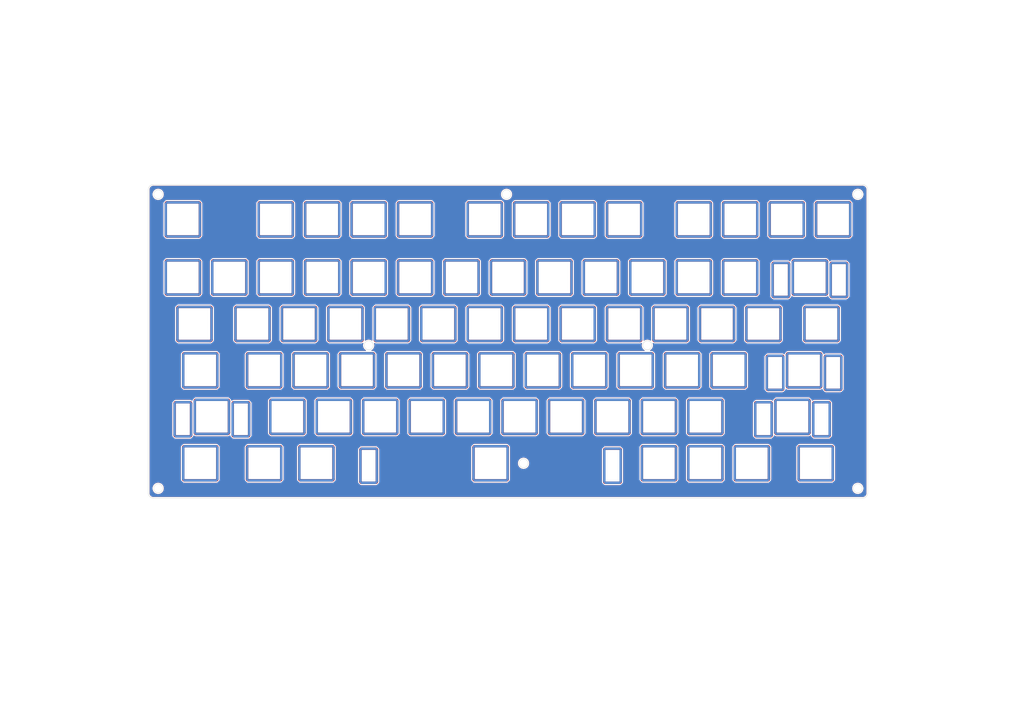
<source format=kicad_pcb>
(kicad_pcb (version 20241229) (generator "pcbnew") (generator_version "9.0")
  (title_block (title "GlyphMatrix_Top") (date "2025-07-03") (rev "0.3.5") (company "Allen Choi"))
  (layers (0 "F.Cu" signal) (2 "B.Cu" signal) (13 "F.Paste" user) (15 "B.Paste" user) (5 "F.SilkS" user "F.Silkscreen") (7 "B.SilkS" user "B.Silkscreen") (1 "F.Mask" user) (3 "B.Mask" user) (25 "Edge.Cuts" user))
  (net 0 "")
  (net 1 "GND")
  (footprint "Plate-MP_MX_1u" (layer "F.Cu") (at 217.875 90)
    (property "Reference" "SPMP7" (hide yes))
    (property "Value" "Plate-MP_MX_1u")
    (fp_line (start -7 -6.5) (end -7 6.5) (stroke (width 0.05)) (layer "Edge.Cuts"))
    (fp_line (start -6.5 7) (end 6.5 7) (stroke (width 0.05)) (layer "Edge.Cuts"))
    (fp_line (start 6.5 -7) (end -6.5 -7) (stroke (width 0.05)) (layer "Edge.Cuts"))
    (fp_line (start 7 6.5) (end 7 -6.5) (stroke (width 0.05)) (layer "Edge.Cuts"))
    (fp_arc (start -7 -6.5) (mid -6.853553 -6.853553) (end -6.5 -7) (stroke (width 0.05)) (layer "Edge.Cuts"))
    (fp_arc (start -6.497236 6.998884) (mid -6.850789 6.852437) (end -6.997236 6.498884) (stroke (width 0.05)) (layer "Edge.Cuts"))
    (fp_arc (start 6.5 -7) (mid 6.853554 -6.853554) (end 7 -6.5) (stroke (width 0.05)) (layer "Edge.Cuts"))
    (fp_arc (start 7 6.5) (mid 6.853554 6.853554) (end 6.5 7) (stroke (width 0.05)) (layer "Edge.Cuts"))
  )
  (footprint "Plate-MP_MX_1u" (layer "F.Cu") (at 294.075 132.8625)
    (property "Reference" "SPMP38" (hide yes))
    (property "Value" "Plate-MP_MX_1u")
    (fp_line (start -7 -6.5) (end -7 6.5) (stroke (width 0.05)) (layer "Edge.Cuts"))
    (fp_line (start -6.5 7) (end 6.5 7) (stroke (width 0.05)) (layer "Edge.Cuts"))
    (fp_line (start 6.5 -7) (end -6.5 -7) (stroke (width 0.05)) (layer "Edge.Cuts"))
    (fp_line (start 7 6.5) (end 7 -6.5) (stroke (width 0.05)) (layer "Edge.Cuts"))
    (fp_arc (start -7 -6.5) (mid -6.853553 -6.853553) (end -6.5 -7) (stroke (width 0.05)) (layer "Edge.Cuts"))
    (fp_arc (start -6.497236 6.998884) (mid -6.850789 6.852437) (end -6.997236 6.498884) (stroke (width 0.05)) (layer "Edge.Cuts"))
    (fp_arc (start 6.5 -7) (mid 6.853554 -6.853554) (end 7 -6.5) (stroke (width 0.05)) (layer "Edge.Cuts"))
    (fp_arc (start 7 6.5) (mid 6.853554 6.853554) (end 6.5 7) (stroke (width 0.05)) (layer "Edge.Cuts"))
  )
  (footprint "Plate-MP_MX_1u" (layer "F.Cu") (at 222.6375 151.9125)
    (property "Reference" "SPMP48" (hide yes))
    (property "Value" "Plate-MP_MX_1u")
    (fp_line (start -7 -6.5) (end -7 6.5) (stroke (width 0.05)) (layer "Edge.Cuts"))
    (fp_line (start -6.5 7) (end 6.5 7) (stroke (width 0.05)) (layer "Edge.Cuts"))
    (fp_line (start 6.5 -7) (end -6.5 -7) (stroke (width 0.05)) (layer "Edge.Cuts"))
    (fp_line (start 7 6.5) (end 7 -6.5) (stroke (width 0.05)) (layer "Edge.Cuts"))
    (fp_arc (start -7 -6.5) (mid -6.853553 -6.853553) (end -6.5 -7) (stroke (width 0.05)) (layer "Edge.Cuts"))
    (fp_arc (start -6.497236 6.998884) (mid -6.850789 6.852437) (end -6.997236 6.498884) (stroke (width 0.05)) (layer "Edge.Cuts"))
    (fp_arc (start 6.5 -7) (mid 6.853554 -6.853554) (end 7 -6.5) (stroke (width 0.05)) (layer "Edge.Cuts"))
    (fp_arc (start 7 6.5) (mid 6.853554 6.853554) (end 6.5 7) (stroke (width 0.05)) (layer "Edge.Cuts"))
  )
  (footprint "Plate-MP_MX_1u" (layer "F.Cu") (at 289.3125 170.9625)
    (property "Reference" "SPMP62" (hide yes))
    (property "Value" "Plate-MP_MX_1u")
    (fp_line (start -7 -6.5) (end -7 6.5) (stroke (width 0.05)) (layer "Edge.Cuts"))
    (fp_line (start -6.5 7) (end 6.5 7) (stroke (width 0.05)) (layer "Edge.Cuts"))
    (fp_line (start 6.5 -7) (end -6.5 -7) (stroke (width 0.05)) (layer "Edge.Cuts"))
    (fp_line (start 7 6.5) (end 7 -6.5) (stroke (width 0.05)) (layer "Edge.Cuts"))
    (fp_arc (start -7 -6.5) (mid -6.853553 -6.853553) (end -6.5 -7) (stroke (width 0.05)) (layer "Edge.Cuts"))
    (fp_arc (start -6.497236 6.998884) (mid -6.850789 6.852437) (end -6.997236 6.498884) (stroke (width 0.05)) (layer "Edge.Cuts"))
    (fp_arc (start 6.5 -7) (mid 6.853554 -6.853554) (end 7 -6.5) (stroke (width 0.05)) (layer "Edge.Cuts"))
    (fp_arc (start 7 6.5) (mid 6.853554 6.853554) (end 6.5 7) (stroke (width 0.05)) (layer "Edge.Cuts"))
  )
  (footprint "Plate-MP_MX_1u" (layer "F.Cu") (at 141.675 132.8625)
    (property "Reference" "SPMP30" (hide yes))
    (property "Value" "Plate-MP_MX_1u")
    (fp_line (start -7 -6.5) (end -7 6.5) (stroke (width 0.05)) (layer "Edge.Cuts"))
    (fp_line (start -6.5 7) (end 6.5 7) (stroke (width 0.05)) (layer "Edge.Cuts"))
    (fp_line (start 6.5 -7) (end -6.5 -7) (stroke (width 0.05)) (layer "Edge.Cuts"))
    (fp_line (start 7 6.5) (end 7 -6.5) (stroke (width 0.05)) (layer "Edge.Cuts"))
    (fp_arc (start -7 -6.5) (mid -6.853553 -6.853553) (end -6.5 -7) (stroke (width 0.05)) (layer "Edge.Cuts"))
    (fp_arc (start -6.497236 6.998884) (mid -6.850789 6.852437) (end -6.997236 6.498884) (stroke (width 0.05)) (layer "Edge.Cuts"))
    (fp_arc (start 6.5 -7) (mid 6.853554 -6.853554) (end 7 -6.5) (stroke (width 0.05)) (layer "Edge.Cuts"))
    (fp_arc (start 7 6.5) (mid 6.853554 6.853554) (end 6.5 7) (stroke (width 0.05)) (layer "Edge.Cuts"))
  )
  (footprint "Plate-MP_MX_2.75u" (layer "F.Cu") (at 325.03125 170.9625)
    (property "Reference" "SPMP73" (hide yes))
    (property "Value" "Plate-MP_MX_2.75u")
    (fp_line (start -15.28125 -5.499999) (end -15.28125 7.500001) (stroke (width 0.05)) (layer "Edge.Cuts"))
    (fp_line (start -14.78125 -5.999999) (end -9.03125 -5.999999) (stroke (width 0.05)) (layer "Edge.Cuts"))
    (fp_line (start -14.78125 8.000001) (end -9.03125 8.000001) (stroke (width 0.05)) (layer "Edge.Cuts"))
    (fp_line (start -8.53125 -5.499999) (end -8.53125 7.500001) (stroke (width 0.05)) (layer "Edge.Cuts"))
    (fp_line (start -7 -6.5) (end -7 6.5) (stroke (width 0.05)) (layer "Edge.Cuts"))
    (fp_line (start -6.5 7) (end 6.5 7) (stroke (width 0.05)) (layer "Edge.Cuts"))
    (fp_line (start 6.5 -7) (end -6.5 -7) (stroke (width 0.05)) (layer "Edge.Cuts"))
    (fp_line (start 7 6.5) (end 7 -6.5) (stroke (width 0.05)) (layer "Edge.Cuts"))
    (fp_line (start 8.53125 -5.499999) (end 8.53125 7.500001) (stroke (width 0.05)) (layer "Edge.Cuts"))
    (fp_line (start 9.03125 -5.999999) (end 14.780039 -5.999999) (stroke (width 0.05)) (layer "Edge.Cuts"))
    (fp_line (start 9.03125 8.000001) (end 14.78125 8.000001) (stroke (width 0.05)) (layer "Edge.Cuts"))
    (fp_line (start 15.280039 -5.499999) (end 15.28125 7.500001) (stroke (width 0.05)) (layer "Edge.Cuts"))
    (fp_arc (start -15.28125 -5.499999) (mid -15.134803 -5.853552) (end -14.78125 -5.999999) (stroke (width 0.05)) (layer "Edge.Cuts"))
    (fp_arc (start -14.78125 8.000001) (mid -15.134803 7.853554) (end -15.28125 7.500001) (stroke (width 0.05)) (layer "Edge.Cuts"))
    (fp_arc (start -9.03125 -5.999999) (mid -8.677697 -5.853552) (end -8.53125 -5.499999) (stroke (width 0.05)) (layer "Edge.Cuts"))
    (fp_arc (start -8.53125 7.500001) (mid -8.677697 7.853554) (end -9.03125 8.000001) (stroke (width 0.05)) (layer "Edge.Cuts"))
    (fp_arc (start -7 -6.5) (mid -6.853553 -6.853553) (end -6.5 -7) (stroke (width 0.05)) (layer "Edge.Cuts"))
    (fp_arc (start -6.497236 6.998884) (mid -6.850789 6.852437) (end -6.997236 6.498884) (stroke (width 0.05)) (layer "Edge.Cuts"))
    (fp_arc (start 6.5 -7) (mid 6.853554 -6.853554) (end 7 -6.5) (stroke (width 0.05)) (layer "Edge.Cuts"))
    (fp_arc (start 7 6.5) (mid 6.853554 6.853554) (end 6.5 7) (stroke (width 0.05)) (layer "Edge.Cuts"))
    (fp_arc (start 8.53125 -5.499999) (mid 8.677697 -5.853552) (end 9.03125 -5.999999) (stroke (width 0.05)) (layer "Edge.Cuts"))
    (fp_arc (start 9.03125 8.000001) (mid 8.677697 7.853554) (end 8.53125 7.500001) (stroke (width 0.05)) (layer "Edge.Cuts"))
    (fp_arc (start 14.780039 -5.999999) (mid 15.133592 -5.853552) (end 15.280039 -5.499999) (stroke (width 0.05)) (layer "Edge.Cuts"))
    (fp_arc (start 15.28125 7.500001) (mid 15.134803 7.853554) (end 14.78125 8.000001) (stroke (width 0.05)) (layer "Edge.Cuts"))
  )
  (footprint "Plate-MP_MX_1u" (layer "F.Cu") (at 75 90)
    (property "Reference" "SPMP1" (hide yes))
    (property "Value" "Plate-MP_MX_1u")
    (fp_line (start -7 -6.5) (end -7 6.5) (stroke (width 0.05)) (layer "Edge.Cuts"))
    (fp_line (start -6.5 7) (end 6.5 7) (stroke (width 0.05)) (layer "Edge.Cuts"))
    (fp_line (start 6.5 -7) (end -6.5 -7) (stroke (width 0.05)) (layer "Edge.Cuts"))
    (fp_line (start 7 6.5) (end 7 -6.5) (stroke (width 0.05)) (layer "Edge.Cuts"))
    (fp_arc (start -7 -6.5) (mid -6.853553 -6.853553) (end -6.5 -7) (stroke (width 0.05)) (layer "Edge.Cuts"))
    (fp_arc (start -6.497236 6.998884) (mid -6.850789 6.852437) (end -6.997236 6.498884) (stroke (width 0.05)) (layer "Edge.Cuts"))
    (fp_arc (start 6.5 -7) (mid 6.853554 -6.853554) (end 7 -6.5) (stroke (width 0.05)) (layer "Edge.Cuts"))
    (fp_arc (start 7 6.5) (mid 6.853554 6.853554) (end 6.5 7) (stroke (width 0.05)) (layer "Edge.Cuts"))
  )
  (footprint "Plate-MP_MX_1u" (layer "F.Cu") (at 298.8375 151.9125)
    (property "Reference" "SPMP52" (hide yes))
    (property "Value" "Plate-MP_MX_1u")
    (fp_line (start -7 -6.5) (end -7 6.5) (stroke (width 0.05)) (layer "Edge.Cuts"))
    (fp_line (start -6.5 7) (end 6.5 7) (stroke (width 0.05)) (layer "Edge.Cuts"))
    (fp_line (start 6.5 -7) (end -6.5 -7) (stroke (width 0.05)) (layer "Edge.Cuts"))
    (fp_line (start 7 6.5) (end 7 -6.5) (stroke (width 0.05)) (layer "Edge.Cuts"))
    (fp_arc (start -7 -6.5) (mid -6.853553 -6.853553) (end -6.5 -7) (stroke (width 0.05)) (layer "Edge.Cuts"))
    (fp_arc (start -6.497236 6.998884) (mid -6.850789 6.852437) (end -6.997236 6.498884) (stroke (width 0.05)) (layer "Edge.Cuts"))
    (fp_arc (start 6.5 -7) (mid 6.853554 -6.853554) (end 7 -6.5) (stroke (width 0.05)) (layer "Edge.Cuts"))
    (fp_arc (start 7 6.5) (mid 6.853554 6.853554) (end 6.5 7) (stroke (width 0.05)) (layer "Edge.Cuts"))
  )
  (footprint "Plate-MP_MX_1u" (layer "F.Cu") (at 103.575 132.8625)
    (property "Reference" "SPMP28" (hide yes))
    (property "Value" "Plate-MP_MX_1u")
    (fp_line (start -7 -6.5) (end -7 6.5) (stroke (width 0.05)) (layer "Edge.Cuts"))
    (fp_line (start -6.5 7) (end 6.5 7) (stroke (width 0.05)) (layer "Edge.Cuts"))
    (fp_line (start 6.5 -7) (end -6.5 -7) (stroke (width 0.05)) (layer "Edge.Cuts"))
    (fp_line (start 7 6.5) (end 7 -6.5) (stroke (width 0.05)) (layer "Edge.Cuts"))
    (fp_arc (start -7 -6.5) (mid -6.853553 -6.853553) (end -6.5 -7) (stroke (width 0.05)) (layer "Edge.Cuts"))
    (fp_arc (start -6.497236 6.998884) (mid -6.850789 6.852437) (end -6.997236 6.498884) (stroke (width 0.05)) (layer "Edge.Cuts"))
    (fp_arc (start 6.5 -7) (mid 6.853554 -6.853554) (end 7 -6.5) (stroke (width 0.05)) (layer "Edge.Cuts"))
    (fp_arc (start 7 6.5) (mid 6.853554 6.853554) (end 6.5 7) (stroke (width 0.05)) (layer "Edge.Cuts"))
  )
  (footprint "Plate-MP_MX_1u" (layer "F.Cu") (at 232.1625 170.9625)
    (property "Reference" "SPMP59" (hide yes))
    (property "Value" "Plate-MP_MX_1u")
    (fp_line (start -7 -6.5) (end -7 6.5) (stroke (width 0.05)) (layer "Edge.Cuts"))
    (fp_line (start -6.5 7) (end 6.5 7) (stroke (width 0.05)) (layer "Edge.Cuts"))
    (fp_line (start 6.5 -7) (end -6.5 -7) (stroke (width 0.05)) (layer "Edge.Cuts"))
    (fp_line (start 7 6.5) (end 7 -6.5) (stroke (width 0.05)) (layer "Edge.Cuts"))
    (fp_arc (start -7 -6.5) (mid -6.853553 -6.853553) (end -6.5 -7) (stroke (width 0.05)) (layer "Edge.Cuts"))
    (fp_arc (start -6.497236 6.998884) (mid -6.850789 6.852437) (end -6.997236 6.498884) (stroke (width 0.05)) (layer "Edge.Cuts"))
    (fp_arc (start 6.5 -7) (mid 6.853554 -6.853554) (end 7 -6.5) (stroke (width 0.05)) (layer "Edge.Cuts"))
    (fp_arc (start 7 6.5) (mid 6.853554 6.853554) (end 6.5 7) (stroke (width 0.05)) (layer "Edge.Cuts"))
  )
  (footprint "Plate-MP_MX_1u" (layer "F.Cu") (at 236.925 132.8625)
    (property "Reference" "SPMP35" (hide yes))
    (property "Value" "Plate-MP_MX_1u")
    (fp_line (start -7 -6.5) (end -7 6.5) (stroke (width 0.05)) (layer "Edge.Cuts"))
    (fp_line (start -6.5 7) (end 6.5 7) (stroke (width 0.05)) (layer "Edge.Cuts"))
    (fp_line (start 6.5 -7) (end -6.5 -7) (stroke (width 0.05)) (layer "Edge.Cuts"))
    (fp_line (start 7 6.5) (end 7 -6.5) (stroke (width 0.05)) (layer "Edge.Cuts"))
    (fp_arc (start -7 -6.5) (mid -6.853553 -6.853553) (end -6.5 -7) (stroke (width 0.05)) (layer "Edge.Cuts"))
    (fp_arc (start -6.497236 6.998884) (mid -6.850789 6.852437) (end -6.997236 6.498884) (stroke (width 0.05)) (layer "Edge.Cuts"))
    (fp_arc (start 6.5 -7) (mid 6.853554 -6.853554) (end 7 -6.5) (stroke (width 0.05)) (layer "Edge.Cuts"))
    (fp_arc (start 7 6.5) (mid 6.853554 6.853554) (end 6.5 7) (stroke (width 0.05)) (layer "Edge.Cuts"))
  )
  (footprint "Plate-MP_MX_1u" (layer "F.Cu") (at 270.2625 190.0125)
    (property "Reference" "SPMP66" (hide yes))
    (property "Value" "Plate-MP_MX_1u")
    (fp_line (start -7 -6.5) (end -7 6.5) (stroke (width 0.05)) (layer "Edge.Cuts"))
    (fp_line (start -6.5 7) (end 6.5 7) (stroke (width 0.05)) (layer "Edge.Cuts"))
    (fp_line (start 6.5 -7) (end -6.5 -7) (stroke (width 0.05)) (layer "Edge.Cuts"))
    (fp_line (start 7 6.5) (end 7 -6.5) (stroke (width 0.05)) (layer "Edge.Cuts"))
    (fp_arc (start -7 -6.5) (mid -6.853553 -6.853553) (end -6.5 -7) (stroke (width 0.05)) (layer "Edge.Cuts"))
    (fp_arc (start -6.497236 6.998884) (mid -6.850789 6.852437) (end -6.997236 6.498884) (stroke (width 0.05)) (layer "Edge.Cuts"))
    (fp_arc (start 6.5 -7) (mid 6.853554 -6.853554) (end 7 -6.5) (stroke (width 0.05)) (layer "Edge.Cuts"))
    (fp_arc (start 7 6.5) (mid 6.853554 6.853554) (end 6.5 7) (stroke (width 0.05)) (layer "Edge.Cuts"))
  )
  (footprint "Plate-MP_MX_1u" (layer "F.Cu") (at 334.55625 190.0125)
    (property "Reference" "SPMP69" (hide yes))
    (property "Value" "Plate-MP_MX_1u")
    (fp_line (start -7 -6.5) (end -7 6.5) (stroke (width 0.05)) (layer "Edge.Cuts"))
    (fp_line (start -6.5 7) (end 6.5 7) (stroke (width 0.05)) (layer "Edge.Cuts"))
    (fp_line (start 6.5 -7) (end -6.5 -7) (stroke (width 0.05)) (layer "Edge.Cuts"))
    (fp_line (start 7 6.5) (end 7 -6.5) (stroke (width 0.05)) (layer "Edge.Cuts"))
    (fp_arc (start -7 -6.5) (mid -6.853553 -6.853553) (end -6.5 -7) (stroke (width 0.05)) (layer "Edge.Cuts"))
    (fp_arc (start -6.497236 6.998884) (mid -6.850789 6.852437) (end -6.997236 6.498884) (stroke (width 0.05)) (layer "Edge.Cuts"))
    (fp_arc (start 6.5 -7) (mid 6.853554 -6.853554) (end 7 -6.5) (stroke (width 0.05)) (layer "Edge.Cuts"))
    (fp_arc (start 7 6.5) (mid 6.853554 6.853554) (end 6.5 7) (stroke (width 0.05)) (layer "Edge.Cuts"))
  )
  (footprint "Plate-MP_MX_1u" (layer "F.Cu") (at 194.0625 170.9625)
    (property "Reference" "SPMP57" (hide yes))
    (property "Value" "Plate-MP_MX_1u")
    (fp_line (start -7 -6.5) (end -7 6.5) (stroke (width 0.05)) (layer "Edge.Cuts"))
    (fp_line (start -6.5 7) (end 6.5 7) (stroke (width 0.05)) (layer "Edge.Cuts"))
    (fp_line (start 6.5 -7) (end -6.5 -7) (stroke (width 0.05)) (layer "Edge.Cuts"))
    (fp_line (start 7 6.5) (end 7 -6.5) (stroke (width 0.05)) (layer "Edge.Cuts"))
    (fp_arc (start -7 -6.5) (mid -6.853553 -6.853553) (end -6.5 -7) (stroke (width 0.05)) (layer "Edge.Cuts"))
    (fp_arc (start -6.497236 6.998884) (mid -6.850789 6.852437) (end -6.997236 6.498884) (stroke (width 0.05)) (layer "Edge.Cuts"))
    (fp_arc (start 6.5 -7) (mid 6.853554 -6.853554) (end 7 -6.5) (stroke (width 0.05)) (layer "Edge.Cuts"))
    (fp_arc (start 7 6.5) (mid 6.853554 6.853554) (end 6.5 7) (stroke (width 0.05)) (layer "Edge.Cuts"))
  )
  (footprint "Plate-MP_MX_1u" (layer "F.Cu") (at 146.4375 151.9125)
    (property "Reference" "SPMP44" (hide yes))
    (property "Value" "Plate-MP_MX_1u")
    (fp_line (start -7 -6.5) (end -7 6.5) (stroke (width 0.05)) (layer "Edge.Cuts"))
    (fp_line (start -6.5 7) (end 6.5 7) (stroke (width 0.05)) (layer "Edge.Cuts"))
    (fp_line (start 6.5 -7) (end -6.5 -7) (stroke (width 0.05)) (layer "Edge.Cuts"))
    (fp_line (start 7 6.5) (end 7 -6.5) (stroke (width 0.05)) (layer "Edge.Cuts"))
    (fp_arc (start -7 -6.5) (mid -6.853553 -6.853553) (end -6.5 -7) (stroke (width 0.05)) (layer "Edge.Cuts"))
    (fp_arc (start -6.497236 6.998884) (mid -6.850789 6.852437) (end -6.997236 6.498884) (stroke (width 0.05)) (layer "Edge.Cuts"))
    (fp_arc (start 6.5 -7) (mid 6.853554 -6.853554) (end 7 -6.5) (stroke (width 0.05)) (layer "Edge.Cuts"))
    (fp_arc (start 7 6.5) (mid 6.853554 6.853554) (end 6.5 7) (stroke (width 0.05)) (layer "Edge.Cuts"))
  )
  (footprint "Plate-MP_MX_1u" (layer "F.Cu") (at 341.7 90)
    (property "Reference" "SPMP13" (hide yes))
    (property "Value" "Plate-MP_MX_1u")
    (fp_line (start -7 -6.5) (end -7 6.5) (stroke (width 0.05)) (layer "Edge.Cuts"))
    (fp_line (start -6.5 7) (end 6.5 7) (stroke (width 0.05)) (layer "Edge.Cuts"))
    (fp_line (start 6.5 -7) (end -6.5 -7) (stroke (width 0.05)) (layer "Edge.Cuts"))
    (fp_line (start 7 6.5) (end 7 -6.5) (stroke (width 0.05)) (layer "Edge.Cuts"))
    (fp_arc (start -7 -6.5) (mid -6.853553 -6.853553) (end -6.5 -7) (stroke (width 0.05)) (layer "Edge.Cuts"))
    (fp_arc (start -6.497236 6.998884) (mid -6.850789 6.852437) (end -6.997236 6.498884) (stroke (width 0.05)) (layer "Edge.Cuts"))
    (fp_arc (start 6.5 -7) (mid 6.853554 -6.853554) (end 7 -6.5) (stroke (width 0.05)) (layer "Edge.Cuts"))
    (fp_arc (start 7 6.5) (mid 6.853554 6.853554) (end 6.5 7) (stroke (width 0.05)) (layer "Edge.Cuts"))
  )
  (footprint "Plate-MP_MX_1u" (layer "F.Cu") (at 236.925 90)
    (property "Reference" "SPMP8" (hide yes))
    (property "Value" "Plate-MP_MX_1u")
    (fp_line (start -7 -6.5) (end -7 6.5) (stroke (width 0.05)) (layer "Edge.Cuts"))
    (fp_line (start -6.5 7) (end 6.5 7) (stroke (width 0.05)) (layer "Edge.Cuts"))
    (fp_line (start 6.5 -7) (end -6.5 -7) (stroke (width 0.05)) (layer "Edge.Cuts"))
    (fp_line (start 7 6.5) (end 7 -6.5) (stroke (width 0.05)) (layer "Edge.Cuts"))
    (fp_arc (start -7 -6.5) (mid -6.853553 -6.853553) (end -6.5 -7) (stroke (width 0.05)) (layer "Edge.Cuts"))
    (fp_arc (start -6.497236 6.998884) (mid -6.850789 6.852437) (end -6.997236 6.498884) (stroke (width 0.05)) (layer "Edge.Cuts"))
    (fp_arc (start 6.5 -7) (mid 6.853554 -6.853554) (end 7 -6.5) (stroke (width 0.05)) (layer "Edge.Cuts"))
    (fp_arc (start 7 6.5) (mid 6.853554 6.853554) (end 6.5 7) (stroke (width 0.05)) (layer "Edge.Cuts"))
  )
  (footprint "Plate-MP_MX_1u" (layer "F.Cu") (at 189.3 113.8125)
    (property "Reference" "SPMP20" (hide yes))
    (property "Value" "Plate-MP_MX_1u")
    (fp_line (start -7 -6.5) (end -7 6.5) (stroke (width 0.05)) (layer "Edge.Cuts"))
    (fp_line (start -6.5 7) (end 6.5 7) (stroke (width 0.05)) (layer "Edge.Cuts"))
    (fp_line (start 6.5 -7) (end -6.5 -7) (stroke (width 0.05)) (layer "Edge.Cuts"))
    (fp_line (start 7 6.5) (end 7 -6.5) (stroke (width 0.05)) (layer "Edge.Cuts"))
    (fp_arc (start -7 -6.5) (mid -6.853553 -6.853553) (end -6.5 -7) (stroke (width 0.05)) (layer "Edge.Cuts"))
    (fp_arc (start -6.497236 6.998884) (mid -6.850789 6.852437) (end -6.997236 6.498884) (stroke (width 0.05)) (layer "Edge.Cuts"))
    (fp_arc (start 6.5 -7) (mid 6.853554 -6.853554) (end 7 -6.5) (stroke (width 0.05)) (layer "Edge.Cuts"))
    (fp_arc (start 7 6.5) (mid 6.853554 6.853554) (end 6.5 7) (stroke (width 0.05)) (layer "Edge.Cuts"))
  )
  (footprint "Plate-MP_MX_1u" (layer "F.Cu") (at 151.2 113.8125)
    (property "Reference" "SPMP18" (hide yes))
    (property "Value" "Plate-MP_MX_1u")
    (fp_line (start -7 -6.5) (end -7 6.5) (stroke (width 0.05)) (layer "Edge.Cuts"))
    (fp_line (start -6.5 7) (end 6.5 7) (stroke (width 0.05)) (layer "Edge.Cuts"))
    (fp_line (start 6.5 -7) (end -6.5 -7) (stroke (width 0.05)) (layer "Edge.Cuts"))
    (fp_line (start 7 6.5) (end 7 -6.5) (stroke (width 0.05)) (layer "Edge.Cuts"))
    (fp_arc (start -7 -6.5) (mid -6.853553 -6.853553) (end -6.5 -7) (stroke (width 0.05)) (layer "Edge.Cuts"))
    (fp_arc (start -6.497236 6.998884) (mid -6.850789 6.852437) (end -6.997236 6.498884) (stroke (width 0.05)) (layer "Edge.Cuts"))
    (fp_arc (start 6.5 -7) (mid 6.853554 -6.853554) (end 7 -6.5) (stroke (width 0.05)) (layer "Edge.Cuts"))
    (fp_arc (start 7 6.5) (mid 6.853554 6.853554) (end 6.5 7) (stroke (width 0.05)) (layer "Edge.Cuts"))
  )
  (footprint "Plate-MP_MX_1u" (layer "F.Cu") (at 255.975 90)
    (property "Reference" "SPMP9" (hide yes))
    (property "Value" "Plate-MP_MX_1u")
    (fp_line (start -7 -6.5) (end -7 6.5) (stroke (width 0.05)) (layer "Edge.Cuts"))
    (fp_line (start -6.5 7) (end 6.5 7) (stroke (width 0.05)) (layer "Edge.Cuts"))
    (fp_line (start 6.5 -7) (end -6.5 -7) (stroke (width 0.05)) (layer "Edge.Cuts"))
    (fp_line (start 7 6.5) (end 7 -6.5) (stroke (width 0.05)) (layer "Edge.Cuts"))
    (fp_arc (start -7 -6.5) (mid -6.853553 -6.853553) (end -6.5 -7) (stroke (width 0.05)) (layer "Edge.Cuts"))
    (fp_arc (start -6.497236 6.998884) (mid -6.850789 6.852437) (end -6.997236 6.498884) (stroke (width 0.05)) (layer "Edge.Cuts"))
    (fp_arc (start 6.5 -7) (mid 6.853554 -6.853554) (end 7 -6.5) (stroke (width 0.05)) (layer "Edge.Cuts"))
    (fp_arc (start 7 6.5) (mid 6.853554 6.853554) (end 6.5 7) (stroke (width 0.05)) (layer "Edge.Cuts"))
  )
  (footprint "Plate-MP_MX_1u" (layer "F.Cu") (at 170.25 90)
    (property "Reference" "SPMP5" (hide yes))
    (property "Value" "Plate-MP_MX_1u")
    (fp_line (start -7 -6.5) (end -7 6.5) (stroke (width 0.05)) (layer "Edge.Cuts"))
    (fp_line (start -6.5 7) (end 6.5 7) (stroke (width 0.05)) (layer "Edge.Cuts"))
    (fp_line (start 6.5 -7) (end -6.5 -7) (stroke (width 0.05)) (layer "Edge.Cuts"))
    (fp_line (start 7 6.5) (end 7 -6.5) (stroke (width 0.05)) (layer "Edge.Cuts"))
    (fp_arc (start -7 -6.5) (mid -6.853553 -6.853553) (end -6.5 -7) (stroke (width 0.05)) (layer "Edge.Cuts"))
    (fp_arc (start -6.497236 6.998884) (mid -6.850789 6.852437) (end -6.997236 6.498884) (stroke (width 0.05)) (layer "Edge.Cuts"))
    (fp_arc (start 6.5 -7) (mid 6.853554 -6.853554) (end 7 -6.5) (stroke (width 0.05)) (layer "Edge.Cuts"))
    (fp_arc (start 7 6.5) (mid 6.853554 6.853554) (end 6.5 7) (stroke (width 0.05)) (layer "Edge.Cuts"))
  )
  (footprint "Plate-MP_MX_1u" (layer "F.Cu") (at 255.975 132.8625)
    (property "Reference" "SPMP36" (hide yes))
    (property "Value" "Plate-MP_MX_1u")
    (fp_line (start -7 -6.5) (end -7 6.5) (stroke (width 0.05)) (layer "Edge.Cuts"))
    (fp_line (start -6.5 7) (end 6.5 7) (stroke (width 0.05)) (layer "Edge.Cuts"))
    (fp_line (start 6.5 -7) (end -6.5 -7) (stroke (width 0.05)) (layer "Edge.Cuts"))
    (fp_line (start 7 6.5) (end 7 -6.5) (stroke (width 0.05)) (layer "Edge.Cuts"))
    (fp_arc (start -7 -6.5) (mid -6.853553 -6.853553) (end -6.5 -7) (stroke (width 0.05)) (layer "Edge.Cuts"))
    (fp_arc (start -6.497236 6.998884) (mid -6.850789 6.852437) (end -6.997236 6.498884) (stroke (width 0.05)) (layer "Edge.Cuts"))
    (fp_arc (start 6.5 -7) (mid 6.853554 -6.853554) (end 7 -6.5) (stroke (width 0.05)) (layer "Edge.Cuts"))
    (fp_arc (start 7 6.5) (mid 6.853554 6.853554) (end 6.5 7) (stroke (width 0.05)) (layer "Edge.Cuts"))
  )
  (footprint "Plate-MP_MX_1u" (layer "F.Cu") (at 336.9375 132.8625)
    (property "Reference" "SPMP40" (hide yes))
    (property "Value" "Plate-MP_MX_1u")
    (fp_line (start -7 -6.5) (end -7 6.5) (stroke (width 0.05)) (layer "Edge.Cuts"))
    (fp_line (start -6.5 7) (end 6.5 7) (stroke (width 0.05)) (layer "Edge.Cuts"))
    (fp_line (start 6.5 -7) (end -6.5 -7) (stroke (width 0.05)) (layer "Edge.Cuts"))
    (fp_line (start 7 6.5) (end 7 -6.5) (stroke (width 0.05)) (layer "Edge.Cuts"))
    (fp_arc (start -7 -6.5) (mid -6.853553 -6.853553) (end -6.5 -7) (stroke (width 0.05)) (layer "Edge.Cuts"))
    (fp_arc (start -6.497236 6.998884) (mid -6.850789 6.852437) (end -6.997236 6.498884) (stroke (width 0.05)) (layer "Edge.Cuts"))
    (fp_arc (start 6.5 -7) (mid 6.853554 -6.853554) (end 7 -6.5) (stroke (width 0.05)) (layer "Edge.Cuts"))
    (fp_arc (start 7 6.5) (mid 6.853554 6.853554) (end 6.5 7) (stroke (width 0.05)) (layer "Edge.Cuts"))
  )
  (footprint "Plate-MP_MX_1u" (layer "F.Cu") (at 313.125 132.8625)
    (property "Reference" "SPMP39" (hide yes))
    (property "Value" "Plate-MP_MX_1u")
    (fp_line (start -7 -6.5) (end -7 6.5) (stroke (width 0.05)) (layer "Edge.Cuts"))
    (fp_line (start -6.5 7) (end 6.5 7) (stroke (width 0.05)) (layer "Edge.Cuts"))
    (fp_line (start 6.5 -7) (end -6.5 -7) (stroke (width 0.05)) (layer "Edge.Cuts"))
    (fp_line (start 7 6.5) (end 7 -6.5) (stroke (width 0.05)) (layer "Edge.Cuts"))
    (fp_arc (start -7 -6.5) (mid -6.853553 -6.853553) (end -6.5 -7) (stroke (width 0.05)) (layer "Edge.Cuts"))
    (fp_arc (start -6.497236 6.998884) (mid -6.850789 6.852437) (end -6.997236 6.498884) (stroke (width 0.05)) (layer "Edge.Cuts"))
    (fp_arc (start 6.5 -7) (mid 6.853554 -6.853554) (end 7 -6.5) (stroke (width 0.05)) (layer "Edge.Cuts"))
    (fp_arc (start 7 6.5) (mid 6.853554 6.853554) (end 6.5 7) (stroke (width 0.05)) (layer "Edge.Cuts"))
  )
  (footprint "Plate-MP_MX_2.25u" (layer "F.Cu") (at 86.90625 170.9625)
    (property "Reference" "SPMP72" (hide yes))
    (property "Value" "Plate-MP_MX_2.25u")
    (fp_line (start -15.28125 -5.499999) (end -15.28125 7.500001) (stroke (width 0.05)) (layer "Edge.Cuts"))
    (fp_line (start -14.78125 -5.999999) (end -9.03125 -5.999999) (stroke (width 0.05)) (layer "Edge.Cuts"))
    (fp_line (start -14.78125 8.000001) (end -9.03125 8.000001) (stroke (width 0.05)) (layer "Edge.Cuts"))
    (fp_line (start -8.53125 -5.499999) (end -8.53125 7.500001) (stroke (width 0.05)) (layer "Edge.Cuts"))
    (fp_line (start -7 -6.5) (end -7 6.5) (stroke (width 0.05)) (layer "Edge.Cuts"))
    (fp_line (start -6.5 7) (end 6.5 7) (stroke (width 0.05)) (layer "Edge.Cuts"))
    (fp_line (start 6.5 -7) (end -6.5 -7) (stroke (width 0.05)) (layer "Edge.Cuts"))
    (fp_line (start 7 6.5) (end 7 -6.5) (stroke (width 0.05)) (layer "Edge.Cuts"))
    (fp_line (start 8.53125 -5.499999) (end 8.53125 7.500001) (stroke (width 0.05)) (layer "Edge.Cuts"))
    (fp_line (start 9.03125 -5.999999) (end 14.780039 -5.999999) (stroke (width 0.05)) (layer "Edge.Cuts"))
    (fp_line (start 9.03125 8.000001) (end 14.78125 8.000001) (stroke (width 0.05)) (layer "Edge.Cuts"))
    (fp_line (start 15.280039 -5.499999) (end 15.28125 7.500001) (stroke (width 0.05)) (layer "Edge.Cuts"))
    (fp_arc (start -15.28125 -5.499999) (mid -15.134803 -5.853552) (end -14.78125 -5.999999) (stroke (width 0.05)) (layer "Edge.Cuts"))
    (fp_arc (start -14.78125 8.000001) (mid -15.134803 7.853554) (end -15.28125 7.500001) (stroke (width 0.05)) (layer "Edge.Cuts"))
    (fp_arc (start -9.03125 -5.999999) (mid -8.677697 -5.853552) (end -8.53125 -5.499999) (stroke (width 0.05)) (layer "Edge.Cuts"))
    (fp_arc (start -8.53125 7.500001) (mid -8.677697 7.853554) (end -9.03125 8.000001) (stroke (width 0.05)) (layer "Edge.Cuts"))
    (fp_arc (start -7 -6.5) (mid -6.853553 -6.853553) (end -6.5 -7) (stroke (width 0.05)) (layer "Edge.Cuts"))
    (fp_arc (start -6.497236 6.998884) (mid -6.850789 6.852437) (end -6.997236 6.498884) (stroke (width 0.05)) (layer "Edge.Cuts"))
    (fp_arc (start 6.5 -7) (mid 6.853554 -6.853554) (end 7 -6.5) (stroke (width 0.05)) (layer "Edge.Cuts"))
    (fp_arc (start 7 6.5) (mid 6.853554 6.853554) (end 6.5 7) (stroke (width 0.05)) (layer "Edge.Cuts"))
    (fp_arc (start 8.53125 -5.499999) (mid 8.677697 -5.853552) (end 9.03125 -5.999999) (stroke (width 0.05)) (layer "Edge.Cuts"))
    (fp_arc (start 9.03125 8.000001) (mid 8.677697 7.853554) (end 8.53125 7.500001) (stroke (width 0.05)) (layer "Edge.Cuts"))
    (fp_arc (start 14.780039 -5.999999) (mid 15.133592 -5.853552) (end 15.280039 -5.499999) (stroke (width 0.05)) (layer "Edge.Cuts"))
    (fp_arc (start 15.28125 7.500001) (mid 15.134803 7.853554) (end 14.78125 8.000001) (stroke (width 0.05)) (layer "Edge.Cuts"))
  )
  (footprint "Plate-MP_MX_1u" (layer "F.Cu") (at 170.25 113.8125)
    (property "Reference" "SPMP19" (hide yes))
    (property "Value" "Plate-MP_MX_1u")
    (fp_line (start -7 -6.5) (end -7 6.5) (stroke (width 0.05)) (layer "Edge.Cuts"))
    (fp_line (start -6.5 7) (end 6.5 7) (stroke (width 0.05)) (layer "Edge.Cuts"))
    (fp_line (start 6.5 -7) (end -6.5 -7) (stroke (width 0.05)) (layer "Edge.Cuts"))
    (fp_line (start 7 6.5) (end 7 -6.5) (stroke (width 0.05)) (layer "Edge.Cuts"))
    (fp_arc (start -7 -6.5) (mid -6.853553 -6.853553) (end -6.5 -7) (stroke (width 0.05)) (layer "Edge.Cuts"))
    (fp_arc (start -6.497236 6.998884) (mid -6.850789 6.852437) (end -6.997236 6.498884) (stroke (width 0.05)) (layer "Edge.Cuts"))
    (fp_arc (start 6.5 -7) (mid 6.853554 -6.853554) (end 7 -6.5) (stroke (width 0.05)) (layer "Edge.Cuts"))
    (fp_arc (start 7 6.5) (mid 6.853554 6.853554) (end 6.5 7) (stroke (width 0.05)) (layer "Edge.Cuts"))
  )
  (footprint "Plate-MP_MX_1u" (layer "F.Cu") (at 117.8625 170.9625)
    (property "Reference" "SPMP53" (hide yes))
    (property "Value" "Plate-MP_MX_1u")
    (fp_line (start -7 -6.5) (end -7 6.5) (stroke (width 0.05)) (layer "Edge.Cuts"))
    (fp_line (start -6.5 7) (end 6.5 7) (stroke (width 0.05)) (layer "Edge.Cuts"))
    (fp_line (start 6.5 -7) (end -6.5 -7) (stroke (width 0.05)) (layer "Edge.Cuts"))
    (fp_line (start 7 6.5) (end 7 -6.5) (stroke (width 0.05)) (layer "Edge.Cuts"))
    (fp_arc (start -7 -6.5) (mid -6.853553 -6.853553) (end -6.5 -7) (stroke (width 0.05)) (layer "Edge.Cuts"))
    (fp_arc (start -6.497236 6.998884) (mid -6.850789 6.852437) (end -6.997236 6.498884) (stroke (width 0.05)) (layer "Edge.Cuts"))
    (fp_arc (start 6.5 -7) (mid 6.853554 -6.853554) (end 7 -6.5) (stroke (width 0.05)) (layer "Edge.Cuts"))
    (fp_arc (start 7 6.5) (mid 6.853554 6.853554) (end 6.5 7) (stroke (width 0.05)) (layer "Edge.Cuts"))
  )
  (footprint "Plate-MP_MX_1u" (layer "F.Cu") (at 246.45 113.8125)
    (property "Reference" "SPMP23" (hide yes))
    (property "Value" "Plate-MP_MX_1u")
    (fp_line (start -7 -6.5) (end -7 6.5) (stroke (width 0.05)) (layer "Edge.Cuts"))
    (fp_line (start -6.5 7) (end 6.5 7) (stroke (width 0.05)) (layer "Edge.Cuts"))
    (fp_line (start 6.5 -7) (end -6.5 -7) (stroke (width 0.05)) (layer "Edge.Cuts"))
    (fp_line (start 7 6.5) (end 7 -6.5) (stroke (width 0.05)) (layer "Edge.Cuts"))
    (fp_arc (start -7 -6.5) (mid -6.853553 -6.853553) (end -6.5 -7) (stroke (width 0.05)) (layer "Edge.Cuts"))
    (fp_arc (start -6.497236 6.998884) (mid -6.850789 6.852437) (end -6.997236 6.498884) (stroke (width 0.05)) (layer "Edge.Cuts"))
    (fp_arc (start 6.5 -7) (mid 6.853554 -6.853554) (end 7 -6.5) (stroke (width 0.05)) (layer "Edge.Cuts"))
    (fp_arc (start 7 6.5) (mid 6.853554 6.853554) (end 6.5 7) (stroke (width 0.05)) (layer "Edge.Cuts"))
  )
  (footprint "Plate-MP_MX_1u" (layer "F.Cu") (at 132.15 90)
    (property "Reference" "SPMP3" (hide yes))
    (property "Value" "Plate-MP_MX_1u")
    (fp_line (start -7 -6.5) (end -7 6.5) (stroke (width 0.05)) (layer "Edge.Cuts"))
    (fp_line (start -6.5 7) (end 6.5 7) (stroke (width 0.05)) (layer "Edge.Cuts"))
    (fp_line (start 6.5 -7) (end -6.5 -7) (stroke (width 0.05)) (layer "Edge.Cuts"))
    (fp_line (start 7 6.5) (end 7 -6.5) (stroke (width 0.05)) (layer "Edge.Cuts"))
    (fp_arc (start -7 -6.5) (mid -6.853553 -6.853553) (end -6.5 -7) (stroke (width 0.05)) (layer "Edge.Cuts"))
    (fp_arc (start -6.497236 6.998884) (mid -6.850789 6.852437) (end -6.997236 6.498884) (stroke (width 0.05)) (layer "Edge.Cuts"))
    (fp_arc (start 6.5 -7) (mid 6.853554 -6.853554) (end 7 -6.5) (stroke (width 0.05)) (layer "Edge.Cuts"))
    (fp_arc (start 7 6.5) (mid 6.853554 6.853554) (end 6.5 7) (stroke (width 0.05)) (layer "Edge.Cuts"))
  )
  (footprint "Plate-MP_MX_1u" (layer "F.Cu") (at 203.5875 151.9125)
    (property "Reference" "SPMP47" (hide yes))
    (property "Value" "Plate-MP_MX_1u")
    (fp_line (start -7 -6.5) (end -7 6.5) (stroke (width 0.05)) (layer "Edge.Cuts"))
    (fp_line (start -6.5 7) (end 6.5 7) (stroke (width 0.05)) (layer "Edge.Cuts"))
    (fp_line (start 6.5 -7) (end -6.5 -7) (stroke (width 0.05)) (layer "Edge.Cuts"))
    (fp_line (start 7 6.5) (end 7 -6.5) (stroke (width 0.05)) (layer "Edge.Cuts"))
    (fp_arc (start -7 -6.5) (mid -6.853553 -6.853553) (end -6.5 -7) (stroke (width 0.05)) (layer "Edge.Cuts"))
    (fp_arc (start -6.497236 6.998884) (mid -6.850789 6.852437) (end -6.997236 6.498884) (stroke (width 0.05)) (layer "Edge.Cuts"))
    (fp_arc (start 6.5 -7) (mid 6.853554 -6.853554) (end 7 -6.5) (stroke (width 0.05)) (layer "Edge.Cuts"))
    (fp_arc (start 7 6.5) (mid 6.853554 6.853554) (end 6.5 7) (stroke (width 0.05)) (layer "Edge.Cuts"))
  )
  (footprint "Plate-MP_MX_1u" (layer "F.Cu") (at 251.2125 170.9625)
    (property "Reference" "SPMP60" (hide yes))
    (property "Value" "Plate-MP_MX_1u")
    (fp_line (start -7 -6.5) (end -7 6.5) (stroke (width 0.05)) (layer "Edge.Cuts"))
    (fp_line (start -6.5 7) (end 6.5 7) (stroke (width 0.05)) (layer "Edge.Cuts"))
    (fp_line (start 6.5 -7) (end -6.5 -7) (stroke (width 0.05)) (layer "Edge.Cuts"))
    (fp_line (start 7 6.5) (end 7 -6.5) (stroke (width 0.05)) (layer "Edge.Cuts"))
    (fp_arc (start -7 -6.5) (mid -6.853553 -6.853553) (end -6.5 -7) (stroke (width 0.05)) (layer "Edge.Cuts"))
    (fp_arc (start -6.497236 6.998884) (mid -6.850789 6.852437) (end -6.997236 6.498884) (stroke (width 0.05)) (layer "Edge.Cuts"))
    (fp_arc (start 6.5 -7) (mid 6.853554 -6.853554) (end 7 -6.5) (stroke (width 0.05)) (layer "Edge.Cuts"))
    (fp_arc (start 7 6.5) (mid 6.853554 6.853554) (end 6.5 7) (stroke (width 0.05)) (layer "Edge.Cuts"))
  )
  (footprint "Plate-MP_MX_1u" (layer "F.Cu") (at 127.3875 151.9125)
    (property "Reference" "SPMP43" (hide yes))
    (property "Value" "Plate-MP_MX_1u")
    (fp_line (start -7 -6.5) (end -7 6.5) (stroke (width 0.05)) (layer "Edge.Cuts"))
    (fp_line (start -6.5 7) (end 6.5 7) (stroke (width 0.05)) (layer "Edge.Cuts"))
    (fp_line (start 6.5 -7) (end -6.5 -7) (stroke (width 0.05)) (layer "Edge.Cuts"))
    (fp_line (start 7 6.5) (end 7 -6.5) (stroke (width 0.05)) (layer "Edge.Cuts"))
    (fp_arc (start -7 -6.5) (mid -6.853553 -6.853553) (end -6.5 -7) (stroke (width 0.05)) (layer "Edge.Cuts"))
    (fp_arc (start -6.497236 6.998884) (mid -6.850789 6.852437) (end -6.997236 6.498884) (stroke (width 0.05)) (layer "Edge.Cuts"))
    (fp_arc (start 6.5 -7) (mid 6.853554 -6.853554) (end 7 -6.5) (stroke (width 0.05)) (layer "Edge.Cuts"))
    (fp_arc (start 7 6.5) (mid 6.853554 6.853554) (end 6.5 7) (stroke (width 0.05)) (layer "Edge.Cuts"))
  )
  (footprint "Plate-MP_MX_1u" (layer "F.Cu") (at 289.3125 190.0125)
    (property "Reference" "SPMP67" (hide yes))
    (property "Value" "Plate-MP_MX_1u")
    (fp_line (start -7 -6.5) (end -7 6.5) (stroke (width 0.05)) (layer "Edge.Cuts"))
    (fp_line (start -6.5 7) (end 6.5 7) (stroke (width 0.05)) (layer "Edge.Cuts"))
    (fp_line (start 6.5 -7) (end -6.5 -7) (stroke (width 0.05)) (layer "Edge.Cuts"))
    (fp_line (start 7 6.5) (end 7 -6.5) (stroke (width 0.05)) (layer "Edge.Cuts"))
    (fp_arc (start -7 -6.5) (mid -6.853553 -6.853553) (end -6.5 -7) (stroke (width 0.05)) (layer "Edge.Cuts"))
    (fp_arc (start -6.497236 6.998884) (mid -6.850789 6.852437) (end -6.997236 6.498884) (stroke (width 0.05)) (layer "Edge.Cuts"))
    (fp_arc (start 6.5 -7) (mid 6.853554 -6.853554) (end 7 -6.5) (stroke (width 0.05)) (layer "Edge.Cuts"))
    (fp_arc (start 7 6.5) (mid 6.853554 6.853554) (end 6.5 7) (stroke (width 0.05)) (layer "Edge.Cuts"))
  )
  (footprint "Plate-MP_MX_1u" (layer "F.Cu") (at 129.76875 190.0125)
    (property "Reference" "SPMP65" (hide yes))
    (property "Value" "Plate-MP_MX_1u")
    (fp_line (start -7 -6.5) (end -7 6.5) (stroke (width 0.05)) (layer "Edge.Cuts"))
    (fp_line (start -6.5 7) (end 6.5 7) (stroke (width 0.05)) (layer "Edge.Cuts"))
    (fp_line (start 6.5 -7) (end -6.5 -7) (stroke (width 0.05)) (layer "Edge.Cuts"))
    (fp_line (start 7 6.5) (end 7 -6.5) (stroke (width 0.05)) (layer "Edge.Cuts"))
    (fp_arc (start -7 -6.5) (mid -6.853553 -6.853553) (end -6.5 -7) (stroke (width 0.05)) (layer "Edge.Cuts"))
    (fp_arc (start -6.497236 6.998884) (mid -6.850789 6.852437) (end -6.997236 6.498884) (stroke (width 0.05)) (layer "Edge.Cuts"))
    (fp_arc (start 6.5 -7) (mid 6.853554 -6.853554) (end 7 -6.5) (stroke (width 0.05)) (layer "Edge.Cuts"))
    (fp_arc (start 7 6.5) (mid 6.853554 6.853554) (end 6.5 7) (stroke (width 0.05)) (layer "Edge.Cuts"))
  )
  (footprint "Plate-MP_MX_1u" (layer "F.Cu") (at 265.5 113.8125)
    (property "Reference" "SPMP24" (hide yes))
    (property "Value" "Plate-MP_MX_1u")
    (fp_line (start -7 -6.5) (end -7 6.5) (stroke (width 0.05)) (layer "Edge.Cuts"))
    (fp_line (start -6.5 7) (end 6.5 7) (stroke (width 0.05)) (layer "Edge.Cuts"))
    (fp_line (start 6.5 -7) (end -6.5 -7) (stroke (width 0.05)) (layer "Edge.Cuts"))
    (fp_line (start 7 6.5) (end 7 -6.5) (stroke (width 0.05)) (layer "Edge.Cuts"))
    (fp_arc (start -7 -6.5) (mid -6.853553 -6.853553) (end -6.5 -7) (stroke (width 0.05)) (layer "Edge.Cuts"))
    (fp_arc (start -6.497236 6.998884) (mid -6.850789 6.852437) (end -6.997236 6.498884) (stroke (width 0.05)) (layer "Edge.Cuts"))
    (fp_arc (start 6.5 -7) (mid 6.853554 -6.853554) (end 7 -6.5) (stroke (width 0.05)) (layer "Edge.Cuts"))
    (fp_arc (start 7 6.5) (mid 6.853554 6.853554) (end 6.5 7) (stroke (width 0.05)) (layer "Edge.Cuts"))
  )
  (footprint "Plate-MP_MX_1u" (layer "F.Cu") (at 270.2625 170.9625)
    (property "Reference" "SPMP61" (hide yes))
    (property "Value" "Plate-MP_MX_1u")
    (fp_line (start -7 -6.5) (end -7 6.5) (stroke (width 0.05)) (layer "Edge.Cuts"))
    (fp_line (start -6.5 7) (end 6.5 7) (stroke (width 0.05)) (layer "Edge.Cuts"))
    (fp_line (start 6.5 -7) (end -6.5 -7) (stroke (width 0.05)) (layer "Edge.Cuts"))
    (fp_line (start 7 6.5) (end 7 -6.5) (stroke (width 0.05)) (layer "Edge.Cuts"))
    (fp_arc (start -7 -6.5) (mid -6.853553 -6.853553) (end -6.5 -7) (stroke (width 0.05)) (layer "Edge.Cuts"))
    (fp_arc (start -6.497236 6.998884) (mid -6.850789 6.852437) (end -6.997236 6.498884) (stroke (width 0.05)) (layer "Edge.Cuts"))
    (fp_arc (start 6.5 -7) (mid 6.853554 -6.853554) (end 7 -6.5) (stroke (width 0.05)) (layer "Edge.Cuts"))
    (fp_arc (start 7 6.5) (mid 6.853554 6.853554) (end 6.5 7) (stroke (width 0.05)) (layer "Edge.Cuts"))
  )
  (footprint "Plate-MP_MX_1u" (layer "F.Cu") (at 303.6 113.8125)
    (property "Reference" "SPMP26" (hide yes))
    (property "Value" "Plate-MP_MX_1u")
    (fp_line (start -7 -6.5) (end -7 6.5) (stroke (width 0.05)) (layer "Edge.Cuts"))
    (fp_line (start -6.5 7) (end 6.5 7) (stroke (width 0.05)) (layer "Edge.Cuts"))
    (fp_line (start 6.5 -7) (end -6.5 -7) (stroke (width 0.05)) (layer "Edge.Cuts"))
    (fp_line (start 7 6.5) (end 7 -6.5) (stroke (width 0.05)) (layer "Edge.Cuts"))
    (fp_arc (start -7 -6.5) (mid -6.853553 -6.853553) (end -6.5 -7) (stroke (width 0.05)) (layer "Edge.Cuts"))
    (fp_arc (start -6.497236 6.998884) (mid -6.850789 6.852437) (end -6.997236 6.498884) (stroke (width 0.05)) (layer "Edge.Cuts"))
    (fp_arc (start 6.5 -7) (mid 6.853554 -6.853554) (end 7 -6.5) (stroke (width 0.05)) (layer "Edge.Cuts"))
    (fp_arc (start 7 6.5) (mid 6.853554 6.853554) (end 6.5 7) (stroke (width 0.05)) (layer "Edge.Cuts"))
  )
  (footprint "Plate-MP_MX_1u" (layer "F.Cu") (at 303.6 90)
    (property "Reference" "SPMP11" (hide yes))
    (property "Value" "Plate-MP_MX_1u")
    (fp_line (start -7 -6.5) (end -7 6.5) (stroke (width 0.05)) (layer "Edge.Cuts"))
    (fp_line (start -6.5 7) (end 6.5 7) (stroke (width 0.05)) (layer "Edge.Cuts"))
    (fp_line (start 6.5 -7) (end -6.5 -7) (stroke (width 0.05)) (layer "Edge.Cuts"))
    (fp_line (start 7 6.5) (end 7 -6.5) (stroke (width 0.05)) (layer "Edge.Cuts"))
    (fp_arc (start -7 -6.5) (mid -6.853553 -6.853553) (end -6.5 -7) (stroke (width 0.05)) (layer "Edge.Cuts"))
    (fp_arc (start -6.497236 6.998884) (mid -6.850789 6.852437) (end -6.997236 6.498884) (stroke (width 0.05)) (layer "Edge.Cuts"))
    (fp_arc (start 6.5 -7) (mid 6.853554 -6.853554) (end 7 -6.5) (stroke (width 0.05)) (layer "Edge.Cuts"))
    (fp_arc (start 7 6.5) (mid 6.853554 6.853554) (end 6.5 7) (stroke (width 0.05)) (layer "Edge.Cuts"))
  )
  (footprint "Plate-MP_MX_1u" (layer "F.Cu") (at 108.3375 190.0125)
    (property "Reference" "SPMP64" (hide yes))
    (property "Value" "Plate-MP_MX_1u")
    (fp_line (start -7 -6.5) (end -7 6.5) (stroke (width 0.05)) (layer "Edge.Cuts"))
    (fp_line (start -6.5 7) (end 6.5 7) (stroke (width 0.05)) (layer "Edge.Cuts"))
    (fp_line (start 6.5 -7) (end -6.5 -7) (stroke (width 0.05)) (layer "Edge.Cuts"))
    (fp_line (start 7 6.5) (end 7 -6.5) (stroke (width 0.05)) (layer "Edge.Cuts"))
    (fp_arc (start -7 -6.5) (mid -6.853553 -6.853553) (end -6.5 -7) (stroke (width 0.05)) (layer "Edge.Cuts"))
    (fp_arc (start -6.497236 6.998884) (mid -6.850789 6.852437) (end -6.997236 6.498884) (stroke (width 0.05)) (layer "Edge.Cuts"))
    (fp_arc (start 6.5 -7) (mid 6.853554 -6.853554) (end 7 -6.5) (stroke (width 0.05)) (layer "Edge.Cuts"))
    (fp_arc (start 7 6.5) (mid 6.853554 6.853554) (end 6.5 7) (stroke (width 0.05)) (layer "Edge.Cuts"))
  )
  (footprint "Plate-MP_MX_1u" (layer "F.Cu") (at 213.1125 170.9625)
    (property "Reference" "SPMP58" (hide yes))
    (property "Value" "Plate-MP_MX_1u")
    (fp_line (start -7 -6.5) (end -7 6.5) (stroke (width 0.05)) (layer "Edge.Cuts"))
    (fp_line (start -6.5 7) (end 6.5 7) (stroke (width 0.05)) (layer "Edge.Cuts"))
    (fp_line (start 6.5 -7) (end -6.5 -7) (stroke (width 0.05)) (layer "Edge.Cuts"))
    (fp_line (start 7 6.5) (end 7 -6.5) (stroke (width 0.05)) (layer "Edge.Cuts"))
    (fp_arc (start -7 -6.5) (mid -6.853553 -6.853553) (end -6.5 -7) (stroke (width 0.05)) (layer "Edge.Cuts"))
    (fp_arc (start -6.497236 6.998884) (mid -6.850789 6.852437) (end -6.997236 6.498884) (stroke (width 0.05)) (layer "Edge.Cuts"))
    (fp_arc (start 6.5 -7) (mid 6.853554 -6.853554) (end 7 -6.5) (stroke (width 0.05)) (layer "Edge.Cuts"))
    (fp_arc (start 7 6.5) (mid 6.853554 6.853554) (end 6.5 7) (stroke (width 0.05)) (layer "Edge.Cuts"))
  )
  (footprint "Plate-MP_MX_1u" (layer "F.Cu") (at 179.775 132.8625)
    (property "Reference" "SPMP32" (hide yes))
    (property "Value" "Plate-MP_MX_1u")
    (fp_line (start -7 -6.5) (end -7 6.5) (stroke (width 0.05)) (layer "Edge.Cuts"))
    (fp_line (start -6.5 7) (end 6.5 7) (stroke (width 0.05)) (layer "Edge.Cuts"))
    (fp_line (start 6.5 -7) (end -6.5 -7) (stroke (width 0.05)) (layer "Edge.Cuts"))
    (fp_line (start 7 6.5) (end 7 -6.5) (stroke (width 0.05)) (layer "Edge.Cuts"))
    (fp_arc (start -7 -6.5) (mid -6.853553 -6.853553) (end -6.5 -7) (stroke (width 0.05)) (layer "Edge.Cuts"))
    (fp_arc (start -6.497236 6.998884) (mid -6.850789 6.852437) (end -6.997236 6.498884) (stroke (width 0.05)) (layer "Edge.Cuts"))
    (fp_arc (start 6.5 -7) (mid 6.853554 -6.853554) (end 7 -6.5) (stroke (width 0.05)) (layer "Edge.Cuts"))
    (fp_arc (start 7 6.5) (mid 6.853554 6.853554) (end 6.5 7) (stroke (width 0.05)) (layer "Edge.Cuts"))
  )
  (footprint "Plate-MP_MX_1u" (layer "F.Cu") (at 184.5375 151.9125)
    (property "Reference" "SPMP46" (hide yes))
    (property "Value" "Plate-MP_MX_1u")
    (fp_line (start -7 -6.5) (end -7 6.5) (stroke (width 0.05)) (layer "Edge.Cuts"))
    (fp_line (start -6.5 7) (end 6.5 7) (stroke (width 0.05)) (layer "Edge.Cuts"))
    (fp_line (start 6.5 -7) (end -6.5 -7) (stroke (width 0.05)) (layer "Edge.Cuts"))
    (fp_line (start 7 6.5) (end 7 -6.5) (stroke (width 0.05)) (layer "Edge.Cuts"))
    (fp_arc (start -7 -6.5) (mid -6.853553 -6.853553) (end -6.5 -7) (stroke (width 0.05)) (layer "Edge.Cuts"))
    (fp_arc (start -6.497236 6.998884) (mid -6.850789 6.852437) (end -6.997236 6.498884) (stroke (width 0.05)) (layer "Edge.Cuts"))
    (fp_arc (start 6.5 -7) (mid 6.853554 -6.853554) (end 7 -6.5) (stroke (width 0.05)) (layer "Edge.Cuts"))
    (fp_arc (start 7 6.5) (mid 6.853554 6.853554) (end 6.5 7) (stroke (width 0.05)) (layer "Edge.Cuts"))
  )
  (footprint "Plate-MP_MX_1u" (layer "F.Cu") (at 217.875 132.8625)
    (property "Reference" "SPMP34" (hide yes))
    (property "Value" "Plate-MP_MX_1u")
    (fp_line (start -7 -6.5) (end -7 6.5) (stroke (width 0.05)) (layer "Edge.Cuts"))
    (fp_line (start -6.5 7) (end 6.5 7) (stroke (width 0.05)) (layer "Edge.Cuts"))
    (fp_line (start 6.5 -7) (end -6.5 -7) (stroke (width 0.05)) (layer "Edge.Cuts"))
    (fp_line (start 7 6.5) (end 7 -6.5) (stroke (width 0.05)) (layer "Edge.Cuts"))
    (fp_arc (start -7 -6.5) (mid -6.853553 -6.853553) (end -6.5 -7) (stroke (width 0.05)) (layer "Edge.Cuts"))
    (fp_arc (start -6.497236 6.998884) (mid -6.850789 6.852437) (end -6.997236 6.498884) (stroke (width 0.05)) (layer "Edge.Cuts"))
    (fp_arc (start 6.5 -7) (mid 6.853554 -6.853554) (end 7 -6.5) (stroke (width 0.05)) (layer "Edge.Cuts"))
    (fp_arc (start 7 6.5) (mid 6.853554 6.853554) (end 6.5 7) (stroke (width 0.05)) (layer "Edge.Cuts"))
  )
  (footprint "Plate-MP_MX_1u" (layer "F.Cu") (at 160.725 132.8625)
    (property "Reference" "SPMP31" (hide yes))
    (property "Value" "Plate-MP_MX_1u")
    (fp_line (start -7 -6.5) (end -7 6.5) (stroke (width 0.05)) (layer "Edge.Cuts"))
    (fp_line (start -6.5 7) (end 6.5 7) (stroke (width 0.05)) (layer "Edge.Cuts"))
    (fp_line (start 6.5 -7) (end -6.5 -7) (stroke (width 0.05)) (layer "Edge.Cuts"))
    (fp_line (start 7 6.5) (end 7 -6.5) (stroke (width 0.05)) (layer "Edge.Cuts"))
    (fp_arc (start -7 -6.5) (mid -6.853553 -6.853553) (end -6.5 -7) (stroke (width 0.05)) (layer "Edge.Cuts"))
    (fp_arc (start -6.497236 6.998884) (mid -6.850789 6.852437) (end -6.997236 6.498884) (stroke (width 0.05)) (layer "Edge.Cuts"))
    (fp_arc (start 6.5 -7) (mid 6.853554 -6.853554) (end 7 -6.5) (stroke (width 0.05)) (layer "Edge.Cuts"))
    (fp_arc (start 7 6.5) (mid 6.853554 6.853554) (end 6.5 7) (stroke (width 0.05)) (layer "Edge.Cuts"))
  )
  (footprint "Plate-MP_MX_1u" (layer "F.Cu") (at 260.7375 151.9125)
    (property "Reference" "SPMP50" (hide yes))
    (property "Value" "Plate-MP_MX_1u")
    (fp_line (start -7 -6.5) (end -7 6.5) (stroke (width 0.05)) (layer "Edge.Cuts"))
    (fp_line (start -6.5 7) (end 6.5 7) (stroke (width 0.05)) (layer "Edge.Cuts"))
    (fp_line (start 6.5 -7) (end -6.5 -7) (stroke (width 0.05)) (layer "Edge.Cuts"))
    (fp_line (start 7 6.5) (end 7 -6.5) (stroke (width 0.05)) (layer "Edge.Cuts"))
    (fp_arc (start -7 -6.5) (mid -6.853553 -6.853553) (end -6.5 -7) (stroke (width 0.05)) (layer "Edge.Cuts"))
    (fp_arc (start -6.497236 6.998884) (mid -6.850789 6.852437) (end -6.997236 6.498884) (stroke (width 0.05)) (layer "Edge.Cuts"))
    (fp_arc (start 6.5 -7) (mid 6.853554 -6.853554) (end 7 -6.5) (stroke (width 0.05)) (layer "Edge.Cuts"))
    (fp_arc (start 7 6.5) (mid 6.853554 6.853554) (end 6.5 7) (stroke (width 0.05)) (layer "Edge.Cuts"))
  )
  (footprint "Plate-MP_MX_1u" (layer "F.Cu") (at 155.9625 170.9625)
    (property "Reference" "SPMP55" (hide yes))
    (property "Value" "Plate-MP_MX_1u")
    (fp_line (start -7 -6.5) (end -7 6.5) (stroke (width 0.05)) (layer "Edge.Cuts"))
    (fp_line (start -6.5 7) (end 6.5 7) (stroke (width 0.05)) (layer "Edge.Cuts"))
    (fp_line (start 6.5 -7) (end -6.5 -7) (stroke (width 0.05)) (layer "Edge.Cuts"))
    (fp_line (start 7 6.5) (end 7 -6.5) (stroke (width 0.05)) (layer "Edge.Cuts"))
    (fp_arc (start -7 -6.5) (mid -6.853553 -6.853553) (end -6.5 -7) (stroke (width 0.05)) (layer "Edge.Cuts"))
    (fp_arc (start -6.497236 6.998884) (mid -6.850789 6.852437) (end -6.997236 6.498884) (stroke (width 0.05)) (layer "Edge.Cuts"))
    (fp_arc (start 6.5 -7) (mid 6.853554 -6.853554) (end 7 -6.5) (stroke (width 0.05)) (layer "Edge.Cuts"))
    (fp_arc (start 7 6.5) (mid 6.853554 6.853554) (end 6.5 7) (stroke (width 0.05)) (layer "Edge.Cuts"))
  )
  (footprint "Plate-MP_MX_1u" (layer "F.Cu") (at 79.7625 132.8625)
    (property "Reference" "SPMP27" (hide yes))
    (property "Value" "Plate-MP_MX_1u")
    (fp_line (start -7 -6.5) (end -7 6.5) (stroke (width 0.05)) (layer "Edge.Cuts"))
    (fp_line (start -6.5 7) (end 6.5 7) (stroke (width 0.05)) (layer "Edge.Cuts"))
    (fp_line (start 6.5 -7) (end -6.5 -7) (stroke (width 0.05)) (layer "Edge.Cuts"))
    (fp_line (start 7 6.5) (end 7 -6.5) (stroke (width 0.05)) (layer "Edge.Cuts"))
    (fp_arc (start -7 -6.5) (mid -6.853553 -6.853553) (end -6.5 -7) (stroke (width 0.05)) (layer "Edge.Cuts"))
    (fp_arc (start -6.497236 6.998884) (mid -6.850789 6.852437) (end -6.997236 6.498884) (stroke (width 0.05)) (layer "Edge.Cuts"))
    (fp_arc (start 6.5 -7) (mid 6.853554 -6.853554) (end 7 -6.5) (stroke (width 0.05)) (layer "Edge.Cuts"))
    (fp_arc (start 7 6.5) (mid 6.853554 6.853554) (end 6.5 7) (stroke (width 0.05)) (layer "Edge.Cuts"))
  )
  (footprint "Plate-MP_MX_1u" (layer "F.Cu") (at 113.1 113.8125)
    (property "Reference" "SPMP16" (hide yes))
    (property "Value" "Plate-MP_MX_1u")
    (fp_line (start -7 -6.5) (end -7 6.5) (stroke (width 0.05)) (layer "Edge.Cuts"))
    (fp_line (start -6.5 7) (end 6.5 7) (stroke (width 0.05)) (layer "Edge.Cuts"))
    (fp_line (start 6.5 -7) (end -6.5 -7) (stroke (width 0.05)) (layer "Edge.Cuts"))
    (fp_line (start 7 6.5) (end 7 -6.5) (stroke (width 0.05)) (layer "Edge.Cuts"))
    (fp_arc (start -7 -6.5) (mid -6.853553 -6.853553) (end -6.5 -7) (stroke (width 0.05)) (layer "Edge.Cuts"))
    (fp_arc (start -6.497236 6.998884) (mid -6.850789 6.852437) (end -6.997236 6.498884) (stroke (width 0.05)) (layer "Edge.Cuts"))
    (fp_arc (start 6.5 -7) (mid 6.853554 -6.853554) (end 7 -6.5) (stroke (width 0.05)) (layer "Edge.Cuts"))
    (fp_arc (start 7 6.5) (mid 6.853554 6.853554) (end 6.5 7) (stroke (width 0.05)) (layer "Edge.Cuts"))
  )
  (footprint "Plate-MP_MX_1u" (layer "F.Cu") (at 82.14375 151.9125)
    (property "Reference" "SPMP41" (hide yes))
    (property "Value" "Plate-MP_MX_1u")
    (fp_line (start -7 -6.5) (end -7 6.5) (stroke (width 0.05)) (layer "Edge.Cuts"))
    (fp_line (start -6.5 7) (end 6.5 7) (stroke (width 0.05)) (layer "Edge.Cuts"))
    (fp_line (start 6.5 -7) (end -6.5 -7) (stroke (width 0.05)) (layer "Edge.Cuts"))
    (fp_line (start 7 6.5) (end 7 -6.5) (stroke (width 0.05)) (layer "Edge.Cuts"))
    (fp_arc (start -7 -6.5) (mid -6.853553 -6.853553) (end -6.5 -7) (stroke (width 0.05)) (layer "Edge.Cuts"))
    (fp_arc (start -6.497236 6.998884) (mid -6.850789 6.852437) (end -6.997236 6.498884) (stroke (width 0.05)) (layer "Edge.Cuts"))
    (fp_arc (start 6.5 -7) (mid 6.853554 -6.853554) (end 7 -6.5) (stroke (width 0.05)) (layer "Edge.Cuts"))
    (fp_arc (start 7 6.5) (mid 6.853554 6.853554) (end 6.5 7) (stroke (width 0.05)) (layer "Edge.Cuts"))
  )
  (footprint "Plate-MP_MX_1u" (layer "F.Cu") (at 198.825 132.8625)
    (property "Reference" "SPMP33" (hide yes))
    (property "Value" "Plate-MP_MX_1u")
    (fp_line (start -7 -6.5) (end -7 6.5) (stroke (width 0.05)) (layer "Edge.Cuts"))
    (fp_line (start -6.5 7) (end 6.5 7) (stroke (width 0.05)) (layer "Edge.Cuts"))
    (fp_line (start 6.5 -7) (end -6.5 -7) (stroke (width 0.05)) (layer "Edge.Cuts"))
    (fp_line (start 7 6.5) (end 7 -6.5) (stroke (width 0.05)) (layer "Edge.Cuts"))
    (fp_arc (start -7 -6.5) (mid -6.853553 -6.853553) (end -6.5 -7) (stroke (width 0.05)) (layer "Edge.Cuts"))
    (fp_arc (start -6.497236 6.998884) (mid -6.850789 6.852437) (end -6.997236 6.498884) (stroke (width 0.05)) (layer "Edge.Cuts"))
    (fp_arc (start 6.5 -7) (mid 6.853554 -6.853554) (end 7 -6.5) (stroke (width 0.05)) (layer "Edge.Cuts"))
    (fp_arc (start 7 6.5) (mid 6.853554 6.853554) (end 6.5 7) (stroke (width 0.05)) (layer "Edge.Cuts"))
  )
  (footprint "Plate-MP_MX_1u" (layer "F.Cu") (at 151.2 90)
    (property "Reference" "SPMP4" (hide yes))
    (property "Value" "Plate-MP_MX_1u")
    (fp_line (start -7 -6.5) (end -7 6.5) (stroke (width 0.05)) (layer "Edge.Cuts"))
    (fp_line (start -6.5 7) (end 6.5 7) (stroke (width 0.05)) (layer "Edge.Cuts"))
    (fp_line (start 6.5 -7) (end -6.5 -7) (stroke (width 0.05)) (layer "Edge.Cuts"))
    (fp_line (start 7 6.5) (end 7 -6.5) (stroke (width 0.05)) (layer "Edge.Cuts"))
    (fp_arc (start -7 -6.5) (mid -6.853553 -6.853553) (end -6.5 -7) (stroke (width 0.05)) (layer "Edge.Cuts"))
    (fp_arc (start -6.497236 6.998884) (mid -6.850789 6.852437) (end -6.997236 6.498884) (stroke (width 0.05)) (layer "Edge.Cuts"))
    (fp_arc (start 6.5 -7) (mid 6.853554 -6.853554) (end 7 -6.5) (stroke (width 0.05)) (layer "Edge.Cuts"))
    (fp_arc (start 7 6.5) (mid 6.853554 6.853554) (end 6.5 7) (stroke (width 0.05)) (layer "Edge.Cuts"))
  )
  (footprint "Plate-MP_MX_2.25u" (layer "F.Cu") (at 329.79375 151.9125)
    (property "Reference" "SPMP71" (hide yes))
    (property "Value" "Plate-MP_MX_2.25u")
    (fp_line (start -15.28125 -5.499999) (end -15.28125 7.500001) (stroke (width 0.05)) (layer "Edge.Cuts"))
    (fp_line (start -14.78125 -5.999999) (end -9.03125 -5.999999) (stroke (width 0.05)) (layer "Edge.Cuts"))
    (fp_line (start -14.78125 8.000001) (end -9.03125 8.000001) (stroke (width 0.05)) (layer "Edge.Cuts"))
    (fp_line (start -8.53125 -5.499999) (end -8.53125 7.500001) (stroke (width 0.05)) (layer "Edge.Cuts"))
    (fp_line (start -7 -6.5) (end -7 6.5) (stroke (width 0.05)) (layer "Edge.Cuts"))
    (fp_line (start -6.5 7) (end 6.5 7) (stroke (width 0.05)) (layer "Edge.Cuts"))
    (fp_line (start 6.5 -7) (end -6.5 -7) (stroke (width 0.05)) (layer "Edge.Cuts"))
    (fp_line (start 7 6.5) (end 7 -6.5) (stroke (width 0.05)) (layer "Edge.Cuts"))
    (fp_line (start 8.53125 -5.499999) (end 8.53125 7.500001) (stroke (width 0.05)) (layer "Edge.Cuts"))
    (fp_line (start 9.03125 -5.999999) (end 14.780039 -5.999999) (stroke (width 0.05)) (layer "Edge.Cuts"))
    (fp_line (start 9.03125 8.000001) (end 14.78125 8.000001) (stroke (width 0.05)) (layer "Edge.Cuts"))
    (fp_line (start 15.280039 -5.499999) (end 15.28125 7.500001) (stroke (width 0.05)) (layer "Edge.Cuts"))
    (fp_arc (start -15.28125 -5.499999) (mid -15.134803 -5.853552) (end -14.78125 -5.999999) (stroke (width 0.05)) (layer "Edge.Cuts"))
    (fp_arc (start -14.78125 8.000001) (mid -15.134803 7.853554) (end -15.28125 7.500001) (stroke (width 0.05)) (layer "Edge.Cuts"))
    (fp_arc (start -9.03125 -5.999999) (mid -8.677697 -5.853552) (end -8.53125 -5.499999) (stroke (width 0.05)) (layer "Edge.Cuts"))
    (fp_arc (start -8.53125 7.500001) (mid -8.677697 7.853554) (end -9.03125 8.000001) (stroke (width 0.05)) (layer "Edge.Cuts"))
    (fp_arc (start -7 -6.5) (mid -6.853553 -6.853553) (end -6.5 -7) (stroke (width 0.05)) (layer "Edge.Cuts"))
    (fp_arc (start -6.497236 6.998884) (mid -6.850789 6.852437) (end -6.997236 6.498884) (stroke (width 0.05)) (layer "Edge.Cuts"))
    (fp_arc (start 6.5 -7) (mid 6.853554 -6.853554) (end 7 -6.5) (stroke (width 0.05)) (layer "Edge.Cuts"))
    (fp_arc (start 7 6.5) (mid 6.853554 6.853554) (end 6.5 7) (stroke (width 0.05)) (layer "Edge.Cuts"))
    (fp_arc (start 8.53125 -5.499999) (mid 8.677697 -5.853552) (end 9.03125 -5.999999) (stroke (width 0.05)) (layer "Edge.Cuts"))
    (fp_arc (start 9.03125 8.000001) (mid 8.677697 7.853554) (end 8.53125 7.500001) (stroke (width 0.05)) (layer "Edge.Cuts"))
    (fp_arc (start 14.780039 -5.999999) (mid 15.133592 -5.853552) (end 15.280039 -5.499999) (stroke (width 0.05)) (layer "Edge.Cuts"))
    (fp_arc (start 15.28125 7.500001) (mid 15.134803 7.853554) (end 14.78125 8.000001) (stroke (width 0.05)) (layer "Edge.Cuts"))
  )
  (footprint "Plate-MP_MX_1u" (layer "F.Cu") (at 113.1 90)
    (property "Reference" "SPMP2" (hide yes))
    (property "Value" "Plate-MP_MX_1u")
    (fp_line (start -7 -6.5) (end -7 6.5) (stroke (width 0.05)) (layer "Edge.Cuts"))
    (fp_line (start -6.5 7) (end 6.5 7) (stroke (width 0.05)) (layer "Edge.Cuts"))
    (fp_line (start 6.5 -7) (end -6.5 -7) (stroke (width 0.05)) (layer "Edge.Cuts"))
    (fp_line (start 7 6.5) (end 7 -6.5) (stroke (width 0.05)) (layer "Edge.Cuts"))
    (fp_arc (start -7 -6.5) (mid -6.853553 -6.853553) (end -6.5 -7) (stroke (width 0.05)) (layer "Edge.Cuts"))
    (fp_arc (start -6.497236 6.998884) (mid -6.850789 6.852437) (end -6.997236 6.498884) (stroke (width 0.05)) (layer "Edge.Cuts"))
    (fp_arc (start 6.5 -7) (mid 6.853554 -6.853554) (end 7 -6.5) (stroke (width 0.05)) (layer "Edge.Cuts"))
    (fp_arc (start 7 6.5) (mid 6.853554 6.853554) (end 6.5 7) (stroke (width 0.05)) (layer "Edge.Cuts"))
  )
  (footprint "Plate-MP_MX_1u" (layer "F.Cu") (at 279.7875 151.9125)
    (property "Reference" "SPMP51" (hide yes))
    (property "Value" "Plate-MP_MX_1u")
    (fp_line (start -7 -6.5) (end -7 6.5) (stroke (width 0.05)) (layer "Edge.Cuts"))
    (fp_line (start -6.5 7) (end 6.5 7) (stroke (width 0.05)) (layer "Edge.Cuts"))
    (fp_line (start 6.5 -7) (end -6.5 -7) (stroke (width 0.05)) (layer "Edge.Cuts"))
    (fp_line (start 7 6.5) (end 7 -6.5) (stroke (width 0.05)) (layer "Edge.Cuts"))
    (fp_arc (start -7 -6.5) (mid -6.853553 -6.853553) (end -6.5 -7) (stroke (width 0.05)) (layer "Edge.Cuts"))
    (fp_arc (start -6.497236 6.998884) (mid -6.850789 6.852437) (end -6.997236 6.498884) (stroke (width 0.05)) (layer "Edge.Cuts"))
    (fp_arc (start 6.5 -7) (mid 6.853554 -6.853554) (end 7 -6.5) (stroke (width 0.05)) (layer "Edge.Cuts"))
    (fp_arc (start 7 6.5) (mid 6.853554 6.853554) (end 6.5 7) (stroke (width 0.05)) (layer "Edge.Cuts"))
  )
  (footprint "Plate-MP_MX_1u" (layer "F.Cu") (at 284.55 113.8125)
    (property "Reference" "SPMP25" (hide yes))
    (property "Value" "Plate-MP_MX_1u")
    (fp_line (start -7 -6.5) (end -7 6.5) (stroke (width 0.05)) (layer "Edge.Cuts"))
    (fp_line (start -6.5 7) (end 6.5 7) (stroke (width 0.05)) (layer "Edge.Cuts"))
    (fp_line (start 6.5 -7) (end -6.5 -7) (stroke (width 0.05)) (layer "Edge.Cuts"))
    (fp_line (start 7 6.5) (end 7 -6.5) (stroke (width 0.05)) (layer "Edge.Cuts"))
    (fp_arc (start -7 -6.5) (mid -6.853553 -6.853553) (end -6.5 -7) (stroke (width 0.05)) (layer "Edge.Cuts"))
    (fp_arc (start -6.497236 6.998884) (mid -6.850789 6.852437) (end -6.997236 6.498884) (stroke (width 0.05)) (layer "Edge.Cuts"))
    (fp_arc (start 6.5 -7) (mid 6.853554 -6.853554) (end 7 -6.5) (stroke (width 0.05)) (layer "Edge.Cuts"))
    (fp_arc (start 7 6.5) (mid 6.853554 6.853554) (end 6.5 7) (stroke (width 0.05)) (layer "Edge.Cuts"))
  )
  (footprint "Plate-MP_MX_1u" (layer "F.Cu") (at 136.9125 170.9625)
    (property "Reference" "SPMP54" (hide yes))
    (property "Value" "Plate-MP_MX_1u")
    (fp_line (start -7 -6.5) (end -7 6.5) (stroke (width 0.05)) (layer "Edge.Cuts"))
    (fp_line (start -6.5 7) (end 6.5 7) (stroke (width 0.05)) (layer "Edge.Cuts"))
    (fp_line (start 6.5 -7) (end -6.5 -7) (stroke (width 0.05)) (layer "Edge.Cuts"))
    (fp_line (start 7 6.5) (end 7 -6.5) (stroke (width 0.05)) (layer "Edge.Cuts"))
    (fp_arc (start -7 -6.5) (mid -6.853553 -6.853553) (end -6.5 -7) (stroke (width 0.05)) (layer "Edge.Cuts"))
    (fp_arc (start -6.497236 6.998884) (mid -6.850789 6.852437) (end -6.997236 6.498884) (stroke (width 0.05)) (layer "Edge.Cuts"))
    (fp_arc (start 6.5 -7) (mid 6.853554 -6.853554) (end 7 -6.5) (stroke (width 0.05)) (layer "Edge.Cuts"))
    (fp_arc (start 7 6.5) (mid 6.853554 6.853554) (end 6.5 7) (stroke (width 0.05)) (layer "Edge.Cuts"))
  )
  (footprint "Plate-MP_MX_1u" (layer "F.Cu") (at 198.825 90)
    (property "Reference" "SPMP6" (hide yes))
    (property "Value" "Plate-MP_MX_1u")
    (fp_line (start -7 -6.5) (end -7 6.5) (stroke (width 0.05)) (layer "Edge.Cuts"))
    (fp_line (start -6.5 7) (end 6.5 7) (stroke (width 0.05)) (layer "Edge.Cuts"))
    (fp_line (start 6.5 -7) (end -6.5 -7) (stroke (width 0.05)) (layer "Edge.Cuts"))
    (fp_line (start 7 6.5) (end 7 -6.5) (stroke (width 0.05)) (layer "Edge.Cuts"))
    (fp_arc (start -7 -6.5) (mid -6.853553 -6.853553) (end -6.5 -7) (stroke (width 0.05)) (layer "Edge.Cuts"))
    (fp_arc (start -6.497236 6.998884) (mid -6.850789 6.852437) (end -6.997236 6.498884) (stroke (width 0.05)) (layer "Edge.Cuts"))
    (fp_arc (start 6.5 -7) (mid 6.853554 -6.853554) (end 7 -6.5) (stroke (width 0.05)) (layer "Edge.Cuts"))
    (fp_arc (start 7 6.5) (mid 6.853554 6.853554) (end 6.5 7) (stroke (width 0.05)) (layer "Edge.Cuts"))
  )
  (footprint "Plate-MP_MX_1u" (layer "F.Cu") (at 132.15 113.8125)
    (property "Reference" "SPMP17" (hide yes))
    (property "Value" "Plate-MP_MX_1u")
    (fp_line (start -7 -6.5) (end -7 6.5) (stroke (width 0.05)) (layer "Edge.Cuts"))
    (fp_line (start -6.5 7) (end 6.5 7) (stroke (width 0.05)) (layer "Edge.Cuts"))
    (fp_line (start 6.5 -7) (end -6.5 -7) (stroke (width 0.05)) (layer "Edge.Cuts"))
    (fp_line (start 7 6.5) (end 7 -6.5) (stroke (width 0.05)) (layer "Edge.Cuts"))
    (fp_arc (start -7 -6.5) (mid -6.853553 -6.853553) (end -6.5 -7) (stroke (width 0.05)) (layer "Edge.Cuts"))
    (fp_arc (start -6.497236 6.998884) (mid -6.850789 6.852437) (end -6.997236 6.498884) (stroke (width 0.05)) (layer "Edge.Cuts"))
    (fp_arc (start 6.5 -7) (mid 6.853554 -6.853554) (end 7 -6.5) (stroke (width 0.05)) (layer "Edge.Cuts"))
    (fp_arc (start 7 6.5) (mid 6.853554 6.853554) (end 6.5 7) (stroke (width 0.05)) (layer "Edge.Cuts"))
  )
  (footprint "Plate-MP_MX_6.25u" (layer "F.Cu") (at 201.20625 190.0125)
    (property "Reference" "SPMP74" (hide yes))
    (property "Value" "Plate-MP_MX_6.25u")
    (fp_line (start -53.38125 -5.499999) (end -53.38125 7.500001) (stroke (width 0.05)) (layer "Edge.Cuts"))
    (fp_line (start -52.88125 -5.999999) (end -47.13125 -5.999999) (stroke (width 0.05)) (layer "Edge.Cuts"))
    (fp_line (start -52.88125 8.000001) (end -47.13125 8.000001) (stroke (width 0.05)) (layer "Edge.Cuts"))
    (fp_line (start -46.63125 -5.499999) (end -46.63125 7.500001) (stroke (width 0.05)) (layer "Edge.Cuts"))
    (fp_line (start -7 -6.5) (end -7 6.5) (stroke (width 0.05)) (layer "Edge.Cuts"))
    (fp_line (start -6.5 7) (end 6.5 7) (stroke (width 0.05)) (layer "Edge.Cuts"))
    (fp_line (start 6.5 -7) (end -6.5 -7) (stroke (width 0.05)) (layer "Edge.Cuts"))
    (fp_line (start 7 6.5) (end 7 -6.5) (stroke (width 0.05)) (layer "Edge.Cuts"))
    (fp_line (start 46.631855 -5.499999) (end 46.631855 7.500001) (stroke (width 0.05)) (layer "Edge.Cuts"))
    (fp_line (start 47.131855 -5.999999) (end 52.880644 -5.999999) (stroke (width 0.05)) (layer "Edge.Cuts"))
    (fp_line (start 47.131855 8.000001) (end 52.881855 8.000001) (stroke (width 0.05)) (layer "Edge.Cuts"))
    (fp_line (start 53.380644 -5.499999) (end 53.381855 7.500001) (stroke (width 0.05)) (layer "Edge.Cuts"))
    (fp_arc (start -53.38125 -5.499999) (mid -53.234803 -5.853552) (end -52.88125 -5.999999) (stroke (width 0.05)) (layer "Edge.Cuts"))
    (fp_arc (start -52.88125 8.000001) (mid -53.234803 7.853554) (end -53.38125 7.500001) (stroke (width 0.05)) (layer "Edge.Cuts"))
    (fp_arc (start -47.13125 -5.999999) (mid -46.777697 -5.853552) (end -46.63125 -5.499999) (stroke (width 0.05)) (layer "Edge.Cuts"))
    (fp_arc (start -46.63125 7.500001) (mid -46.777697 7.853554) (end -47.13125 8.000001) (stroke (width 0.05)) (layer "Edge.Cuts"))
    (fp_arc (start -7 -6.5) (mid -6.853553 -6.853553) (end -6.5 -7) (stroke (width 0.05)) (layer "Edge.Cuts"))
    (fp_arc (start -6.497236 6.998884) (mid -6.850789 6.852437) (end -6.997236 6.498884) (stroke (width 0.05)) (layer "Edge.Cuts"))
    (fp_arc (start 6.5 -7) (mid 6.853554 -6.853554) (end 7 -6.5) (stroke (width 0.05)) (layer "Edge.Cuts"))
    (fp_arc (start 7 6.5) (mid 6.853554 6.853554) (end 6.5 7) (stroke (width 0.05)) (layer "Edge.Cuts"))
    (fp_arc (start 46.631855 -5.499999) (mid 46.778302 -5.853551) (end 47.131855 -5.999999) (stroke (width 0.05)) (layer "Edge.Cuts"))
    (fp_arc (start 47.131855 8.000001) (mid 46.778327 7.853527) (end 46.631855 7.500001) (stroke (width 0.05)) (layer "Edge.Cuts"))
    (fp_arc (start 52.880644 -5.999999) (mid 53.234172 -5.853525) (end 53.380644 -5.499999) (stroke (width 0.05)) (layer "Edge.Cuts"))
    (fp_arc (start 53.381855 7.500001) (mid 53.235408 7.853556) (end 52.881855 8.000001) (stroke (width 0.05)) (layer "Edge.Cuts"))
  )
  (footprint "Plate-MP_MX_1u" (layer "F.Cu") (at 275.025 132.8625)
    (property "Reference" "SPMP37" (hide yes))
    (property "Value" "Plate-MP_MX_1u")
    (fp_line (start -7 -6.5) (end -7 6.5) (stroke (width 0.05)) (layer "Edge.Cuts"))
    (fp_line (start -6.5 7) (end 6.5 7) (stroke (width 0.05)) (layer "Edge.Cuts"))
    (fp_line (start 6.5 -7) (end -6.5 -7) (stroke (width 0.05)) (layer "Edge.Cuts"))
    (fp_line (start 7 6.5) (end 7 -6.5) (stroke (width 0.05)) (layer "Edge.Cuts"))
    (fp_arc (start -7 -6.5) (mid -6.853553 -6.853553) (end -6.5 -7) (stroke (width 0.05)) (layer "Edge.Cuts"))
    (fp_arc (start -6.497236 6.998884) (mid -6.850789 6.852437) (end -6.997236 6.498884) (stroke (width 0.05)) (layer "Edge.Cuts"))
    (fp_arc (start 6.5 -7) (mid 6.853554 -6.853554) (end 7 -6.5) (stroke (width 0.05)) (layer "Edge.Cuts"))
    (fp_arc (start 7 6.5) (mid 6.853554 6.853554) (end 6.5 7) (stroke (width 0.05)) (layer "Edge.Cuts"))
  )
  (footprint "Plate-MP_MX_1u" (layer "F.Cu") (at 94.05 113.8125)
    (property "Reference" "SPMP15" (hide yes))
    (property "Value" "Plate-MP_MX_1u")
    (fp_line (start -7 -6.5) (end -7 6.5) (stroke (width 0.05)) (layer "Edge.Cuts"))
    (fp_line (start -6.5 7) (end 6.5 7) (stroke (width 0.05)) (layer "Edge.Cuts"))
    (fp_line (start 6.5 -7) (end -6.5 -7) (stroke (width 0.05)) (layer "Edge.Cuts"))
    (fp_line (start 7 6.5) (end 7 -6.5) (stroke (width 0.05)) (layer "Edge.Cuts"))
    (fp_arc (start -7 -6.5) (mid -6.853553 -6.853553) (end -6.5 -7) (stroke (width 0.05)) (layer "Edge.Cuts"))
    (fp_arc (start -6.497236 6.998884) (mid -6.850789 6.852437) (end -6.997236 6.498884) (stroke (width 0.05)) (layer "Edge.Cuts"))
    (fp_arc (start 6.5 -7) (mid 6.853554 -6.853554) (end 7 -6.5) (stroke (width 0.05)) (layer "Edge.Cuts"))
    (fp_arc (start 7 6.5) (mid 6.853554 6.853554) (end 6.5 7) (stroke (width 0.05)) (layer "Edge.Cuts"))
  )
  (footprint "Plate-MP_MX_1u" (layer "F.Cu") (at 322.65 90)
    (property "Reference" "SPMP12" (hide yes))
    (property "Value" "Plate-MP_MX_1u")
    (fp_line (start -7 -6.5) (end -7 6.5) (stroke (width 0.05)) (layer "Edge.Cuts"))
    (fp_line (start -6.5 7) (end 6.5 7) (stroke (width 0.05)) (layer "Edge.Cuts"))
    (fp_line (start 6.5 -7) (end -6.5 -7) (stroke (width 0.05)) (layer "Edge.Cuts"))
    (fp_line (start 7 6.5) (end 7 -6.5) (stroke (width 0.05)) (layer "Edge.Cuts"))
    (fp_arc (start -7 -6.5) (mid -6.853553 -6.853553) (end -6.5 -7) (stroke (width 0.05)) (layer "Edge.Cuts"))
    (fp_arc (start -6.497236 6.998884) (mid -6.850789 6.852437) (end -6.997236 6.498884) (stroke (width 0.05)) (layer "Edge.Cuts"))
    (fp_arc (start 6.5 -7) (mid 6.853554 -6.853554) (end 7 -6.5) (stroke (width 0.05)) (layer "Edge.Cuts"))
    (fp_arc (start 7 6.5) (mid 6.853554 6.853554) (end 6.5 7) (stroke (width 0.05)) (layer "Edge.Cuts"))
  )
  (footprint "Plate-MP_MX_1u" (layer "F.Cu") (at 227.4 113.8125)
    (property "Reference" "SPMP22" (hide yes))
    (property "Value" "Plate-MP_MX_1u")
    (fp_line (start -7 -6.5) (end -7 6.5) (stroke (width 0.05)) (layer "Edge.Cuts"))
    (fp_line (start -6.5 7) (end 6.5 7) (stroke (width 0.05)) (layer "Edge.Cuts"))
    (fp_line (start 6.5 -7) (end -6.5 -7) (stroke (width 0.05)) (layer "Edge.Cuts"))
    (fp_line (start 7 6.5) (end 7 -6.5) (stroke (width 0.05)) (layer "Edge.Cuts"))
    (fp_arc (start -7 -6.5) (mid -6.853553 -6.853553) (end -6.5 -7) (stroke (width 0.05)) (layer "Edge.Cuts"))
    (fp_arc (start -6.497236 6.998884) (mid -6.850789 6.852437) (end -6.997236 6.498884) (stroke (width 0.05)) (layer "Edge.Cuts"))
    (fp_arc (start 6.5 -7) (mid 6.853554 -6.853554) (end 7 -6.5) (stroke (width 0.05)) (layer "Edge.Cuts"))
    (fp_arc (start 7 6.5) (mid 6.853554 6.853554) (end 6.5 7) (stroke (width 0.05)) (layer "Edge.Cuts"))
  )
  (footprint "Plate-MP_MX_1u" (layer "F.Cu") (at 108.3375 151.9125)
    (property "Reference" "SPMP42" (hide yes))
    (property "Value" "Plate-MP_MX_1u")
    (fp_line (start -7 -6.5) (end -7 6.5) (stroke (width 0.05)) (layer "Edge.Cuts"))
    (fp_line (start -6.5 7) (end 6.5 7) (stroke (width 0.05)) (layer "Edge.Cuts"))
    (fp_line (start 6.5 -7) (end -6.5 -7) (stroke (width 0.05)) (layer "Edge.Cuts"))
    (fp_line (start 7 6.5) (end 7 -6.5) (stroke (width 0.05)) (layer "Edge.Cuts"))
    (fp_arc (start -7 -6.5) (mid -6.853553 -6.853553) (end -6.5 -7) (stroke (width 0.05)) (layer "Edge.Cuts"))
    (fp_arc (start -6.497236 6.998884) (mid -6.850789 6.852437) (end -6.997236 6.498884) (stroke (width 0.05)) (layer "Edge.Cuts"))
    (fp_arc (start 6.5 -7) (mid 6.853554 -6.853554) (end 7 -6.5) (stroke (width 0.05)) (layer "Edge.Cuts"))
    (fp_arc (start 7 6.5) (mid 6.853554 6.853554) (end 6.5 7) (stroke (width 0.05)) (layer "Edge.Cuts"))
  )
  (footprint "Plate-MP_MX_1u" (layer "F.Cu") (at 122.625 132.8625)
    (property "Reference" "SPMP29" (hide yes))
    (property "Value" "Plate-MP_MX_1u")
    (fp_line (start -7 -6.5) (end -7 6.5) (stroke (width 0.05)) (layer "Edge.Cuts"))
    (fp_line (start -6.5 7) (end 6.5 7) (stroke (width 0.05)) (layer "Edge.Cuts"))
    (fp_line (start 6.5 -7) (end -6.5 -7) (stroke (width 0.05)) (layer "Edge.Cuts"))
    (fp_line (start 7 6.5) (end 7 -6.5) (stroke (width 0.05)) (layer "Edge.Cuts"))
    (fp_arc (start -7 -6.5) (mid -6.853553 -6.853553) (end -6.5 -7) (stroke (width 0.05)) (layer "Edge.Cuts"))
    (fp_arc (start -6.497236 6.998884) (mid -6.850789 6.852437) (end -6.997236 6.498884) (stroke (width 0.05)) (layer "Edge.Cuts"))
    (fp_arc (start 6.5 -7) (mid 6.853554 -6.853554) (end 7 -6.5) (stroke (width 0.05)) (layer "Edge.Cuts"))
    (fp_arc (start 7 6.5) (mid 6.853554 6.853554) (end 6.5 7) (stroke (width 0.05)) (layer "Edge.Cuts"))
  )
  (footprint "Plate-MP_MX_1u" (layer "F.Cu") (at 208.35 113.8125)
    (property "Reference" "SPMP21" (hide yes))
    (property "Value" "Plate-MP_MX_1u")
    (fp_line (start -7 -6.5) (end -7 6.5) (stroke (width 0.05)) (layer "Edge.Cuts"))
    (fp_line (start -6.5 7) (end 6.5 7) (stroke (width 0.05)) (layer "Edge.Cuts"))
    (fp_line (start 6.5 -7) (end -6.5 -7) (stroke (width 0.05)) (layer "Edge.Cuts"))
    (fp_line (start 7 6.5) (end 7 -6.5) (stroke (width 0.05)) (layer "Edge.Cuts"))
    (fp_arc (start -7 -6.5) (mid -6.853553 -6.853553) (end -6.5 -7) (stroke (width 0.05)) (layer "Edge.Cuts"))
    (fp_arc (start -6.497236 6.998884) (mid -6.850789 6.852437) (end -6.997236 6.498884) (stroke (width 0.05)) (layer "Edge.Cuts"))
    (fp_arc (start 6.5 -7) (mid 6.853554 -6.853554) (end 7 -6.5) (stroke (width 0.05)) (layer "Edge.Cuts"))
    (fp_arc (start 7 6.5) (mid 6.853554 6.853554) (end 6.5 7) (stroke (width 0.05)) (layer "Edge.Cuts"))
  )
  (footprint "Plate-MP_MX_1u" (layer "F.Cu") (at 175.0125 170.9625)
    (property "Reference" "SPMP56" (hide yes))
    (property "Value" "Plate-MP_MX_1u")
    (fp_line (start -7 -6.5) (end -7 6.5) (stroke (width 0.05)) (layer "Edge.Cuts"))
    (fp_line (start -6.5 7) (end 6.5 7) (stroke (width 0.05)) (layer "Edge.Cuts"))
    (fp_line (start 6.5 -7) (end -6.5 -7) (stroke (width 0.05)) (layer "Edge.Cuts"))
    (fp_line (start 7 6.5) (end 7 -6.5) (stroke (width 0.05)) (layer "Edge.Cuts"))
    (fp_arc (start -7 -6.5) (mid -6.853553 -6.853553) (end -6.5 -7) (stroke (width 0.05)) (layer "Edge.Cuts"))
    (fp_arc (start -6.497236 6.998884) (mid -6.850789 6.852437) (end -6.997236 6.498884) (stroke (width 0.05)) (layer "Edge.Cuts"))
    (fp_arc (start 6.5 -7) (mid 6.853554 -6.853554) (end 7 -6.5) (stroke (width 0.05)) (layer "Edge.Cuts"))
    (fp_arc (start 7 6.5) (mid 6.853554 6.853554) (end 6.5 7) (stroke (width 0.05)) (layer "Edge.Cuts"))
  )
  (footprint "Plate-MP_MX_2u" (layer "F.Cu") (at 332.175 113.8125)
    (property "Reference" "SPMP70" (hide yes))
    (property "Value" "Plate-MP_MX_2u")
    (fp_line (start -15.28125 -5.499999) (end -15.28125 7.500001) (stroke (width 0.05)) (layer "Edge.Cuts"))
    (fp_line (start -14.78125 -5.999999) (end -9.03125 -5.999999) (stroke (width 0.05)) (layer "Edge.Cuts"))
    (fp_line (start -14.78125 8.000001) (end -9.03125 8.000001) (stroke (width 0.05)) (layer "Edge.Cuts"))
    (fp_line (start -8.53125 -5.499999) (end -8.53125 7.500001) (stroke (width 0.05)) (layer "Edge.Cuts"))
    (fp_line (start -7 -6.5) (end -7 6.5) (stroke (width 0.05)) (layer "Edge.Cuts"))
    (fp_line (start -6.5 7) (end 6.5 7) (stroke (width 0.05)) (layer "Edge.Cuts"))
    (fp_line (start 6.5 -7) (end -6.5 -7) (stroke (width 0.05)) (layer "Edge.Cuts"))
    (fp_line (start 7 6.5) (end 7 -6.5) (stroke (width 0.05)) (layer "Edge.Cuts"))
    (fp_line (start 8.53125 -5.499999) (end 8.53125 7.500001) (stroke (width 0.05)) (layer "Edge.Cuts"))
    (fp_line (start 9.03125 -5.999999) (end 14.780039 -5.999999) (stroke (width 0.05)) (layer "Edge.Cuts"))
    (fp_line (start 9.03125 8.000001) (end 14.78125 8.000001) (stroke (width 0.05)) (layer "Edge.Cuts"))
    (fp_line (start 15.280039 -5.499999) (end 15.28125 7.500001) (stroke (width 0.05)) (layer "Edge.Cuts"))
    (fp_arc (start -15.28125 -5.499999) (mid -15.134803 -5.853552) (end -14.78125 -5.999999) (stroke (width 0.05)) (layer "Edge.Cuts"))
    (fp_arc (start -14.78125 8.000001) (mid -15.134803 7.853554) (end -15.28125 7.500001) (stroke (width 0.05)) (layer "Edge.Cuts"))
    (fp_arc (start -9.03125 -5.999999) (mid -8.677697 -5.853552) (end -8.53125 -5.499999) (stroke (width 0.05)) (layer "Edge.Cuts"))
    (fp_arc (start -8.53125 7.500001) (mid -8.677697 7.853554) (end -9.03125 8.000001) (stroke (width 0.05)) (layer "Edge.Cuts"))
    (fp_arc (start -7 -6.5) (mid -6.853553 -6.853553) (end -6.5 -7) (stroke (width 0.05)) (layer "Edge.Cuts"))
    (fp_arc (start -6.497236 6.998884) (mid -6.850789 6.852437) (end -6.997236 6.498884) (stroke (width 0.05)) (layer "Edge.Cuts"))
    (fp_arc (start 6.5 -7) (mid 6.853554 -6.853554) (end 7 -6.5) (stroke (width 0.05)) (layer "Edge.Cuts"))
    (fp_arc (start 7 6.5) (mid 6.853554 6.853554) (end 6.5 7) (stroke (width 0.05)) (layer "Edge.Cuts"))
    (fp_arc (start 8.53125 -5.499999) (mid 8.677697 -5.853552) (end 9.03125 -5.999999) (stroke (width 0.05)) (layer "Edge.Cuts"))
    (fp_arc (start 9.03125 8.000001) (mid 8.677697 7.853554) (end 8.53125 7.500001) (stroke (width 0.05)) (layer "Edge.Cuts"))
    (fp_arc (start 14.780039 -5.999999) (mid 15.133592 -5.853552) (end 15.280039 -5.499999) (stroke (width 0.05)) (layer "Edge.Cuts"))
    (fp_arc (start 15.28125 7.500001) (mid 15.134803 7.853554) (end 14.78125 8.000001) (stroke (width 0.05)) (layer "Edge.Cuts"))
  )
  (footprint "Plate-MP_MX_1u" (layer "F.Cu") (at 308.3625 190.0125)
    (property "Reference" "SPMP68" (hide yes))
    (property "Value" "Plate-MP_MX_1u")
    (fp_line (start -7 -6.5) (end -7 6.5) (stroke (width 0.05)) (layer "Edge.Cuts"))
    (fp_line (start -6.5 7) (end 6.5 7) (stroke (width 0.05)) (layer "Edge.Cuts"))
    (fp_line (start 6.5 -7) (end -6.5 -7) (stroke (width 0.05)) (layer "Edge.Cuts"))
    (fp_line (start 7 6.5) (end 7 -6.5) (stroke (width 0.05)) (layer "Edge.Cuts"))
    (fp_arc (start -7 -6.5) (mid -6.853553 -6.853553) (end -6.5 -7) (stroke (width 0.05)) (layer "Edge.Cuts"))
    (fp_arc (start -6.497236 6.998884) (mid -6.850789 6.852437) (end -6.997236 6.498884) (stroke (width 0.05)) (layer "Edge.Cuts"))
    (fp_arc (start 6.5 -7) (mid 6.853554 -6.853554) (end 7 -6.5) (stroke (width 0.05)) (layer "Edge.Cuts"))
    (fp_arc (start 7 6.5) (mid 6.853554 6.853554) (end 6.5 7) (stroke (width 0.05)) (layer "Edge.Cuts"))
  )
  (footprint "Plate-MP_MX_1u" (layer "F.Cu") (at 241.6875 151.9125)
    (property "Reference" "SPMP49" (hide yes))
    (property "Value" "Plate-MP_MX_1u")
    (fp_line (start -7 -6.5) (end -7 6.5) (stroke (width 0.05)) (layer "Edge.Cuts"))
    (fp_line (start -6.5 7) (end 6.5 7) (stroke (width 0.05)) (layer "Edge.Cuts"))
    (fp_line (start 6.5 -7) (end -6.5 -7) (stroke (width 0.05)) (layer "Edge.Cuts"))
    (fp_line (start 7 6.5) (end 7 -6.5) (stroke (width 0.05)) (layer "Edge.Cuts"))
    (fp_arc (start -7 -6.5) (mid -6.853553 -6.853553) (end -6.5 -7) (stroke (width 0.05)) (layer "Edge.Cuts"))
    (fp_arc (start -6.497236 6.998884) (mid -6.850789 6.852437) (end -6.997236 6.498884) (stroke (width 0.05)) (layer "Edge.Cuts"))
    (fp_arc (start 6.5 -7) (mid 6.853554 -6.853554) (end 7 -6.5) (stroke (width 0.05)) (layer "Edge.Cuts"))
    (fp_arc (start 7 6.5) (mid 6.853554 6.853554) (end 6.5 7) (stroke (width 0.05)) (layer "Edge.Cuts"))
  )
  (footprint "Plate-MP_MX_1u" (layer "F.Cu") (at 82.14375 190.0125)
    (property "Reference" "SPMP63" (hide yes))
    (property "Value" "Plate-MP_MX_1u")
    (fp_line (start -7 -6.5) (end -7 6.5) (stroke (width 0.05)) (layer "Edge.Cuts"))
    (fp_line (start -6.5 7) (end 6.5 7) (stroke (width 0.05)) (layer "Edge.Cuts"))
    (fp_line (start 6.5 -7) (end -6.5 -7) (stroke (width 0.05)) (layer "Edge.Cuts"))
    (fp_line (start 7 6.5) (end 7 -6.5) (stroke (width 0.05)) (layer "Edge.Cuts"))
    (fp_arc (start -7 -6.5) (mid -6.853553 -6.853553) (end -6.5 -7) (stroke (width 0.05)) (layer "Edge.Cuts"))
    (fp_arc (start -6.497236 6.998884) (mid -6.850789 6.852437) (end -6.997236 6.498884) (stroke (width 0.05)) (layer "Edge.Cuts"))
    (fp_arc (start 6.5 -7) (mid 6.853554 -6.853554) (end 7 -6.5) (stroke (width 0.05)) (layer "Edge.Cuts"))
    (fp_arc (start 7 6.5) (mid 6.853554 6.853554) (end 6.5 7) (stroke (width 0.05)) (layer "Edge.Cuts"))
  )
  (footprint "Plate-MP_MX_1u" (layer "F.Cu") (at 284.55 90)
    (property "Reference" "SPMP10" (hide yes))
    (property "Value" "Plate-MP_MX_1u")
    (fp_line (start -7 -6.5) (end -7 6.5) (stroke (width 0.05)) (layer "Edge.Cuts"))
    (fp_line (start -6.5 7) (end 6.5 7) (stroke (width 0.05)) (layer "Edge.Cuts"))
    (fp_line (start 6.5 -7) (end -6.5 -7) (stroke (width 0.05)) (layer "Edge.Cuts"))
    (fp_line (start 7 6.5) (end 7 -6.5) (stroke (width 0.05)) (layer "Edge.Cuts"))
    (fp_arc (start -7 -6.5) (mid -6.853553 -6.853553) (end -6.5 -7) (stroke (width 0.05)) (layer "Edge.Cuts"))
    (fp_arc (start -6.497236 6.998884) (mid -6.850789 6.852437) (end -6.997236 6.498884) (stroke (width 0.05)) (layer "Edge.Cuts"))
    (fp_arc (start 6.5 -7) (mid 6.853554 -6.853554) (end 7 -6.5) (stroke (width 0.05)) (layer "Edge.Cuts"))
    (fp_arc (start 7 6.5) (mid 6.853554 6.853554) (end 6.5 7) (stroke (width 0.05)) (layer "Edge.Cuts"))
  )
  (footprint "Plate-MP_MX_1u" (layer "F.Cu") (at 165.4875 151.9125)
    (property "Reference" "SPMP45" (hide yes))
    (property "Value" "Plate-MP_MX_1u")
    (fp_line (start -7 -6.5) (end -7 6.5) (stroke (width 0.05)) (layer "Edge.Cuts"))
    (fp_line (start -6.5 7) (end 6.5 7) (stroke (width 0.05)) (layer "Edge.Cuts"))
    (fp_line (start 6.5 -7) (end -6.5 -7) (stroke (width 0.05)) (layer "Edge.Cuts"))
    (fp_line (start 7 6.5) (end 7 -6.5) (stroke (width 0.05)) (layer "Edge.Cuts"))
    (fp_arc (start -7 -6.5) (mid -6.853553 -6.853553) (end -6.5 -7) (stroke (width 0.05)) (layer "Edge.Cuts"))
    (fp_arc (start -6.497236 6.998884) (mid -6.850789 6.852437) (end -6.997236 6.498884) (stroke (width 0.05)) (layer "Edge.Cuts"))
    (fp_arc (start 6.5 -7) (mid 6.853554 -6.853554) (end 7 -6.5) (stroke (width 0.05)) (layer "Edge.Cuts"))
    (fp_arc (start 7 6.5) (mid 6.853554 6.853554) (end 6.5 7) (stroke (width 0.05)) (layer "Edge.Cuts"))
  )
  (footprint "Plate-MP_MX_1u" (layer "F.Cu") (at 75 113.8125)
    (property "Reference" "SPMP14" (hide yes))
    (property "Value" "Plate-MP_MX_1u")
    (fp_line (start -7 -6.5) (end -7 6.5) (stroke (width 0.05)) (layer "Edge.Cuts"))
    (fp_line (start -6.5 7) (end 6.5 7) (stroke (width 0.05)) (layer "Edge.Cuts"))
    (fp_line (start 6.5 -7) (end -6.5 -7) (stroke (width 0.05)) (layer "Edge.Cuts"))
    (fp_line (start 7 6.5) (end 7 -6.5) (stroke (width 0.05)) (layer "Edge.Cuts"))
    (fp_arc (start -7 -6.5) (mid -6.853553 -6.853553) (end -6.5 -7) (stroke (width 0.05)) (layer "Edge.Cuts"))
    (fp_arc (start -6.497236 6.998884) (mid -6.850789 6.852437) (end -6.997236 6.498884) (stroke (width 0.05)) (layer "Edge.Cuts"))
    (fp_arc (start 6.5 -7) (mid 6.853554 -6.853554) (end 7 -6.5) (stroke (width 0.05)) (layer "Edge.Cuts"))
    (fp_arc (start 7 6.5) (mid 6.853554 6.853554) (end 6.5 7) (stroke (width 0.05)) (layer "Edge.Cuts"))
  )
  (gr_line (start 355.825 77.7125) (end 355.825 202.3) (stroke (width 0.15)) (layer "Edge.Cuts"))
  (gr_circle (center 214.73125 190.0125) (end 216.58125 190.0125) (stroke (width 0.15)) (fill no) (layer "Edge.Cuts"))
  (gr_arc (start 60.875 77.7125) (mid 61.460786 76.298286) (end 62.875 75.7125) (stroke (width 0.15)) (layer "Edge.Cuts"))
  (gr_circle (center 64.875 79.7125) (end 66.725 79.7125) (stroke (width 0.15)) (fill no) (layer "Edge.Cuts"))
  (gr_circle (center 64.875 200.3) (end 66.725 200.3) (stroke (width 0.15)) (fill no) (layer "Edge.Cuts"))
  (gr_line (start 353.825 204.3) (end 62.875 204.3) (stroke (width 0.15)) (layer "Edge.Cuts"))
  (gr_arc (start 355.825 202.3) (mid 355.239214 203.714214) (end 353.825 204.3) (stroke (width 0.15)) (layer "Edge.Cuts"))
  (gr_line (start 62.875 75.7125) (end 353.825 75.7125) (stroke (width 0.15)) (layer "Edge.Cuts"))
  (gr_arc (start 353.825 75.7125) (mid 355.239214 76.298286) (end 355.825 77.7125) (stroke (width 0.15)) (layer "Edge.Cuts"))
  (gr_circle (center 151.2125 141.625) (end 153.0625 141.625) (stroke (width 0.15)) (fill no) (layer "Edge.Cuts"))
  (gr_circle (center 207.75 79.7125) (end 209.6 79.7125) (stroke (width 0.15)) (fill no) (layer "Edge.Cuts"))
  (gr_arc (start 62.875 204.3) (mid 61.460786 203.714214) (end 60.875 202.3) (stroke (width 0.15)) (layer "Edge.Cuts"))
  (gr_circle (center 265.5125 141.625) (end 267.3625 141.625) (stroke (width 0.15)) (fill no) (layer "Edge.Cuts"))
  (gr_circle (center 351.825 79.7125) (end 353.675 79.7125) (stroke (width 0.15)) (fill no) (layer "Edge.Cuts"))
  (gr_line (start 60.875 202.3) (end 60.875 77.7125) (stroke (width 0.15)) (layer "Edge.Cuts"))
  (gr_circle (center 351.825 200.3) (end 353.675 200.3) (stroke (width 0.15)) (fill no) (layer "Edge.Cuts"))
  (zone (net 1) (net_name "GND") (layers "F.Cu" "B.Cu") (connect_pads (clearance 0.508)) (min_thickness 0.25) (fill yes (thermal_gap 0.5) (thermal_bridge_width 0.5) (smoothing chamfer) (radius 0.5) (island_removal_mode 1) (island_area_min 5))
    (polygon (pts (xy 0 0) (xy 420 0) (xy 420 297) (xy 0 297)))
  )
)
</source>
